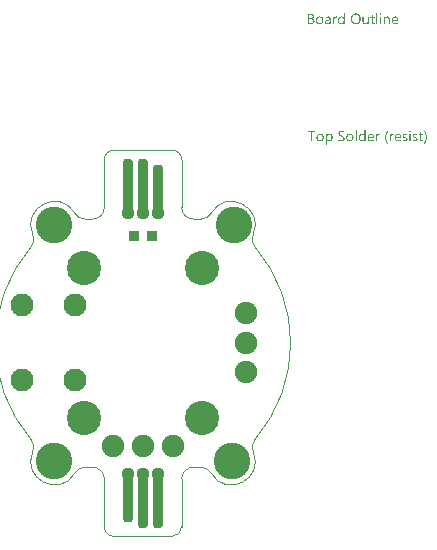
<source format=gts>
G04*
G04 #@! TF.GenerationSoftware,Altium Limited,Altium Designer,21.9.2 (33)*
G04*
G04 Layer_Color=8388736*
%FSAX25Y25*%
%MOIN*%
G70*
G04*
G04 #@! TF.SameCoordinates,068316DF-13B4-460B-9515-79FEAC0EB225*
G04*
G04*
G04 #@! TF.FilePolarity,Negative*
G04*
G01*
G75*
%ADD10C,0.00394*%
G04:AMPARAMS|DCode=12|XSize=35.43mil|YSize=188.98mil|CornerRadius=13.82mil|HoleSize=0mil|Usage=FLASHONLY|Rotation=0.000|XOffset=0mil|YOffset=0mil|HoleType=Round|Shape=RoundedRectangle|*
%AMROUNDEDRECTD12*
21,1,0.03543,0.16134,0,0,0.0*
21,1,0.00780,0.18898,0,0,0.0*
1,1,0.02764,0.00390,-0.08067*
1,1,0.02764,-0.00390,-0.08067*
1,1,0.02764,-0.00390,0.08067*
1,1,0.02764,0.00390,0.08067*
%
%ADD12ROUNDEDRECTD12*%
G04:AMPARAMS|DCode=13|XSize=35.43mil|YSize=169.29mil|CornerRadius=13.82mil|HoleSize=0mil|Usage=FLASHONLY|Rotation=0.000|XOffset=0mil|YOffset=0mil|HoleType=Round|Shape=RoundedRectangle|*
%AMROUNDEDRECTD13*
21,1,0.03543,0.14165,0,0,0.0*
21,1,0.00780,0.16929,0,0,0.0*
1,1,0.02764,0.00390,-0.07083*
1,1,0.02764,-0.00390,-0.07083*
1,1,0.02764,-0.00390,0.07083*
1,1,0.02764,0.00390,0.07083*
%
%ADD13ROUNDEDRECTD13*%
%ADD14R,0.03740X0.03740*%
%ADD15C,0.07480*%
%ADD16C,0.11417*%
%ADD17C,0.07677*%
%ADD18C,0.12205*%
%ADD19C,0.00591*%
%ADD20C,0.04370*%
G36*
X0079229Y0110019D02*
X0079254D01*
X0079309Y0109995D01*
X0079340Y0109976D01*
X0079371Y0109951D01*
X0079377Y0109945D01*
X0079383Y0109939D01*
X0079414Y0109902D01*
X0079439Y0109840D01*
X0079445Y0109803D01*
X0079452Y0109766D01*
Y0109759D01*
Y0109747D01*
X0079445Y0109729D01*
X0079439Y0109704D01*
X0079421Y0109642D01*
X0079396Y0109611D01*
X0079371Y0109580D01*
X0079365D01*
X0079359Y0109567D01*
X0079322Y0109543D01*
X0079266Y0109518D01*
X0079229Y0109512D01*
X0079192Y0109506D01*
X0079173D01*
X0079154Y0109512D01*
X0079130D01*
X0079068Y0109537D01*
X0079037Y0109549D01*
X0079006Y0109574D01*
Y0109580D01*
X0078994Y0109586D01*
X0078981Y0109605D01*
X0078969Y0109623D01*
X0078944Y0109685D01*
X0078938Y0109722D01*
X0078932Y0109766D01*
Y0109772D01*
Y0109784D01*
X0078938Y0109803D01*
X0078944Y0109834D01*
X0078963Y0109889D01*
X0078981Y0109920D01*
X0079006Y0109951D01*
X0079012Y0109958D01*
X0079018Y0109964D01*
X0079056Y0109988D01*
X0079117Y0110013D01*
X0079154Y0110026D01*
X0079210D01*
X0079229Y0110019D01*
D02*
G37*
G36*
X0067239Y0106355D02*
X0066836D01*
Y0106776D01*
X0066824D01*
Y0106770D01*
X0066812Y0106757D01*
X0066793Y0106732D01*
X0066774Y0106702D01*
X0066744Y0106664D01*
X0066706Y0106627D01*
X0066663Y0106584D01*
X0066614Y0106541D01*
X0066558Y0106491D01*
X0066490Y0106448D01*
X0066422Y0106411D01*
X0066341Y0106374D01*
X0066261Y0106343D01*
X0066168Y0106318D01*
X0066069Y0106305D01*
X0065964Y0106299D01*
X0065920D01*
X0065883Y0106305D01*
X0065846Y0106312D01*
X0065797Y0106318D01*
X0065691Y0106343D01*
X0065567Y0106380D01*
X0065444Y0106442D01*
X0065376Y0106479D01*
X0065320Y0106522D01*
X0065258Y0106578D01*
X0065202Y0106633D01*
Y0106640D01*
X0065190Y0106652D01*
X0065178Y0106671D01*
X0065159Y0106695D01*
X0065140Y0106726D01*
X0065116Y0106770D01*
X0065091Y0106819D01*
X0065066Y0106875D01*
X0065035Y0106937D01*
X0065010Y0107005D01*
X0064986Y0107079D01*
X0064967Y0107160D01*
X0064948Y0107246D01*
X0064936Y0107345D01*
X0064930Y0107444D01*
X0064924Y0107550D01*
Y0107556D01*
Y0107574D01*
Y0107612D01*
X0064930Y0107655D01*
X0064936Y0107704D01*
X0064942Y0107766D01*
X0064948Y0107834D01*
X0064961Y0107909D01*
X0064998Y0108070D01*
X0065054Y0108237D01*
X0065091Y0108317D01*
X0065134Y0108398D01*
X0065178Y0108472D01*
X0065233Y0108546D01*
X0065239Y0108552D01*
X0065246Y0108565D01*
X0065264Y0108583D01*
X0065289Y0108608D01*
X0065320Y0108633D01*
X0065363Y0108664D01*
X0065407Y0108701D01*
X0065456Y0108738D01*
X0065580Y0108806D01*
X0065722Y0108868D01*
X0065803Y0108887D01*
X0065889Y0108905D01*
X0065976Y0108918D01*
X0066075Y0108924D01*
X0066124D01*
X0066162Y0108918D01*
X0066199Y0108911D01*
X0066248Y0108905D01*
X0066360Y0108874D01*
X0066484Y0108825D01*
X0066545Y0108794D01*
X0066607Y0108750D01*
X0066669Y0108707D01*
X0066725Y0108651D01*
X0066774Y0108589D01*
X0066824Y0108515D01*
X0066836D01*
Y0110075D01*
X0067239D01*
Y0106355D01*
D02*
G37*
G36*
X0081507Y0108918D02*
X0081581Y0108911D01*
X0081674Y0108893D01*
X0081773Y0108862D01*
X0081878Y0108812D01*
X0081983Y0108744D01*
X0082027Y0108707D01*
X0082070Y0108658D01*
X0082082Y0108645D01*
X0082107Y0108608D01*
X0082138Y0108546D01*
X0082181Y0108459D01*
X0082219Y0108354D01*
X0082256Y0108224D01*
X0082280Y0108070D01*
X0082287Y0107890D01*
Y0106355D01*
X0081884D01*
Y0107785D01*
Y0107791D01*
Y0107822D01*
X0081878Y0107859D01*
Y0107909D01*
X0081866Y0107970D01*
X0081853Y0108039D01*
X0081835Y0108113D01*
X0081810Y0108187D01*
X0081779Y0108261D01*
X0081742Y0108329D01*
X0081692Y0108398D01*
X0081637Y0108459D01*
X0081575Y0108509D01*
X0081494Y0108546D01*
X0081408Y0108577D01*
X0081302Y0108583D01*
X0081290D01*
X0081253Y0108577D01*
X0081197Y0108571D01*
X0081129Y0108552D01*
X0081049Y0108528D01*
X0080962Y0108484D01*
X0080882Y0108429D01*
X0080801Y0108354D01*
X0080795Y0108342D01*
X0080770Y0108317D01*
X0080739Y0108268D01*
X0080702Y0108200D01*
X0080665Y0108119D01*
X0080634Y0108020D01*
X0080609Y0107909D01*
X0080603Y0107785D01*
Y0106355D01*
X0080201D01*
Y0108868D01*
X0080603D01*
Y0108447D01*
X0080615D01*
X0080621Y0108453D01*
X0080628Y0108466D01*
X0080646Y0108491D01*
X0080671Y0108521D01*
X0080696Y0108559D01*
X0080733Y0108596D01*
X0080776Y0108639D01*
X0080826Y0108689D01*
X0080882Y0108732D01*
X0080943Y0108775D01*
X0081011Y0108812D01*
X0081086Y0108850D01*
X0081160Y0108880D01*
X0081247Y0108905D01*
X0081340Y0108918D01*
X0081439Y0108924D01*
X0081476D01*
X0081507Y0108918D01*
D02*
G37*
G36*
X0064509Y0108905D02*
X0064583Y0108899D01*
X0064627Y0108887D01*
X0064657Y0108874D01*
Y0108459D01*
X0064651Y0108466D01*
X0064639Y0108472D01*
X0064614Y0108484D01*
X0064583Y0108503D01*
X0064540Y0108515D01*
X0064484Y0108528D01*
X0064422Y0108534D01*
X0064354Y0108540D01*
X0064342D01*
X0064311Y0108534D01*
X0064261Y0108528D01*
X0064206Y0108509D01*
X0064131Y0108478D01*
X0064063Y0108435D01*
X0063989Y0108373D01*
X0063921Y0108292D01*
X0063915Y0108280D01*
X0063896Y0108249D01*
X0063865Y0108193D01*
X0063834Y0108119D01*
X0063803Y0108026D01*
X0063772Y0107909D01*
X0063754Y0107779D01*
X0063748Y0107630D01*
Y0106355D01*
X0063345D01*
Y0108868D01*
X0063748D01*
Y0108348D01*
X0063760D01*
Y0108354D01*
X0063766Y0108361D01*
X0063779Y0108391D01*
X0063797Y0108441D01*
X0063828Y0108503D01*
X0063859Y0108565D01*
X0063908Y0108633D01*
X0063958Y0108701D01*
X0064020Y0108763D01*
X0064026Y0108769D01*
X0064051Y0108788D01*
X0064088Y0108812D01*
X0064138Y0108837D01*
X0064193Y0108862D01*
X0064261Y0108887D01*
X0064336Y0108905D01*
X0064416Y0108911D01*
X0064472D01*
X0064509Y0108905D01*
D02*
G37*
G36*
X0075249Y0106355D02*
X0074846D01*
Y0106751D01*
X0074834D01*
Y0106745D01*
X0074822Y0106732D01*
X0074809Y0106708D01*
X0074784Y0106683D01*
X0074729Y0106609D01*
X0074642Y0106528D01*
X0074593Y0106485D01*
X0074537Y0106442D01*
X0074475Y0106404D01*
X0074401Y0106367D01*
X0074326Y0106343D01*
X0074246Y0106318D01*
X0074153Y0106305D01*
X0074060Y0106299D01*
X0074023D01*
X0073980Y0106305D01*
X0073918Y0106318D01*
X0073850Y0106330D01*
X0073775Y0106355D01*
X0073695Y0106386D01*
X0073614Y0106435D01*
X0073528Y0106491D01*
X0073447Y0106559D01*
X0073373Y0106646D01*
X0073305Y0106751D01*
X0073243Y0106869D01*
X0073200Y0107011D01*
X0073175Y0107178D01*
X0073163Y0107265D01*
Y0107364D01*
Y0108868D01*
X0073559D01*
Y0107426D01*
Y0107420D01*
Y0107395D01*
X0073565Y0107352D01*
X0073571Y0107302D01*
X0073577Y0107240D01*
X0073590Y0107178D01*
X0073608Y0107104D01*
X0073633Y0107030D01*
X0073670Y0106955D01*
X0073707Y0106887D01*
X0073757Y0106819D01*
X0073819Y0106757D01*
X0073887Y0106708D01*
X0073967Y0106671D01*
X0074066Y0106640D01*
X0074172Y0106633D01*
X0074184D01*
X0074221Y0106640D01*
X0074277Y0106646D01*
X0074339Y0106658D01*
X0074419Y0106689D01*
X0074500Y0106726D01*
X0074580Y0106776D01*
X0074654Y0106850D01*
X0074661Y0106862D01*
X0074685Y0106887D01*
X0074716Y0106937D01*
X0074753Y0107005D01*
X0074784Y0107085D01*
X0074815Y0107184D01*
X0074840Y0107296D01*
X0074846Y0107420D01*
Y0108868D01*
X0075249D01*
Y0106355D01*
D02*
G37*
G36*
X0079383D02*
X0078981D01*
Y0108868D01*
X0079383D01*
Y0106355D01*
D02*
G37*
G36*
X0078164D02*
X0077762D01*
Y0110075D01*
X0078164D01*
Y0106355D01*
D02*
G37*
G36*
X0061785Y0108918D02*
X0061841Y0108911D01*
X0061909Y0108893D01*
X0061983Y0108874D01*
X0062064Y0108843D01*
X0062151Y0108806D01*
X0062231Y0108757D01*
X0062312Y0108695D01*
X0062386Y0108621D01*
X0062454Y0108528D01*
X0062510Y0108422D01*
X0062553Y0108299D01*
X0062578Y0108156D01*
X0062590Y0107989D01*
Y0106355D01*
X0062188D01*
Y0106745D01*
X0062175D01*
Y0106739D01*
X0062163Y0106726D01*
X0062151Y0106702D01*
X0062126Y0106677D01*
X0062064Y0106603D01*
X0061983Y0106522D01*
X0061872Y0106442D01*
X0061742Y0106367D01*
X0061662Y0106343D01*
X0061581Y0106318D01*
X0061494Y0106305D01*
X0061402Y0106299D01*
X0061364D01*
X0061340Y0106305D01*
X0061272Y0106312D01*
X0061191Y0106324D01*
X0061092Y0106349D01*
X0060999Y0106380D01*
X0060900Y0106429D01*
X0060813Y0106491D01*
X0060807Y0106503D01*
X0060783Y0106528D01*
X0060745Y0106572D01*
X0060708Y0106633D01*
X0060671Y0106708D01*
X0060634Y0106794D01*
X0060609Y0106900D01*
X0060603Y0107017D01*
Y0107024D01*
Y0107048D01*
X0060609Y0107085D01*
X0060615Y0107129D01*
X0060628Y0107184D01*
X0060646Y0107246D01*
X0060671Y0107314D01*
X0060708Y0107383D01*
X0060752Y0107457D01*
X0060807Y0107531D01*
X0060875Y0107599D01*
X0060956Y0107661D01*
X0061049Y0107723D01*
X0061160Y0107772D01*
X0061284Y0107810D01*
X0061432Y0107841D01*
X0062188Y0107946D01*
Y0107952D01*
Y0107970D01*
X0062182Y0108008D01*
Y0108045D01*
X0062169Y0108094D01*
X0062163Y0108150D01*
X0062126Y0108268D01*
X0062095Y0108323D01*
X0062064Y0108379D01*
X0062021Y0108435D01*
X0061971Y0108484D01*
X0061909Y0108528D01*
X0061841Y0108559D01*
X0061761Y0108577D01*
X0061668Y0108583D01*
X0061624D01*
X0061594Y0108577D01*
X0061550D01*
X0061507Y0108565D01*
X0061395Y0108546D01*
X0061272Y0108509D01*
X0061135Y0108453D01*
X0061061Y0108416D01*
X0060993Y0108379D01*
X0060919Y0108329D01*
X0060851Y0108274D01*
Y0108689D01*
X0060857D01*
X0060869Y0108701D01*
X0060888Y0108713D01*
X0060919Y0108726D01*
X0060950Y0108744D01*
X0060993Y0108763D01*
X0061043Y0108781D01*
X0061098Y0108806D01*
X0061222Y0108850D01*
X0061371Y0108887D01*
X0061532Y0108911D01*
X0061705Y0108924D01*
X0061742D01*
X0061785Y0108918D01*
D02*
G37*
G36*
X0056097Y0109865D02*
X0056140D01*
X0056183Y0109859D01*
X0056282Y0109846D01*
X0056400Y0109815D01*
X0056524Y0109778D01*
X0056642Y0109722D01*
X0056747Y0109648D01*
X0056753D01*
X0056759Y0109636D01*
X0056790Y0109611D01*
X0056833Y0109561D01*
X0056883Y0109493D01*
X0056926Y0109407D01*
X0056969Y0109308D01*
X0057000Y0109196D01*
X0057013Y0109134D01*
Y0109066D01*
Y0109060D01*
Y0109054D01*
Y0109017D01*
X0057007Y0108961D01*
X0056994Y0108893D01*
X0056976Y0108806D01*
X0056945Y0108720D01*
X0056908Y0108633D01*
X0056852Y0108546D01*
X0056846Y0108534D01*
X0056821Y0108509D01*
X0056784Y0108472D01*
X0056734Y0108422D01*
X0056672Y0108373D01*
X0056598Y0108317D01*
X0056505Y0108274D01*
X0056406Y0108230D01*
Y0108224D01*
X0056425D01*
X0056443Y0108218D01*
X0056462Y0108212D01*
X0056530Y0108200D01*
X0056611Y0108175D01*
X0056697Y0108138D01*
X0056790Y0108094D01*
X0056883Y0108032D01*
X0056969Y0107952D01*
X0056982Y0107940D01*
X0057007Y0107909D01*
X0057038Y0107865D01*
X0057081Y0107797D01*
X0057118Y0107711D01*
X0057155Y0107612D01*
X0057180Y0107494D01*
X0057186Y0107364D01*
Y0107358D01*
Y0107345D01*
Y0107321D01*
X0057180Y0107290D01*
X0057174Y0107253D01*
X0057168Y0107209D01*
X0057143Y0107104D01*
X0057106Y0106986D01*
X0057050Y0106862D01*
X0057013Y0106807D01*
X0056969Y0106745D01*
X0056914Y0106689D01*
X0056858Y0106633D01*
X0056852D01*
X0056846Y0106621D01*
X0056827Y0106609D01*
X0056802Y0106590D01*
X0056771Y0106572D01*
X0056728Y0106547D01*
X0056635Y0106497D01*
X0056518Y0106442D01*
X0056381Y0106398D01*
X0056221Y0106367D01*
X0056140Y0106361D01*
X0056047Y0106355D01*
X0055020D01*
Y0109871D01*
X0056066D01*
X0056097Y0109865D01*
D02*
G37*
G36*
X0076592Y0108868D02*
X0077229D01*
Y0108521D01*
X0076592D01*
Y0107104D01*
Y0107091D01*
Y0107061D01*
X0076598Y0107017D01*
X0076604Y0106962D01*
X0076629Y0106844D01*
X0076648Y0106788D01*
X0076679Y0106745D01*
X0076685Y0106739D01*
X0076697Y0106726D01*
X0076716Y0106714D01*
X0076747Y0106695D01*
X0076784Y0106671D01*
X0076833Y0106658D01*
X0076895Y0106646D01*
X0076963Y0106640D01*
X0076988D01*
X0077019Y0106646D01*
X0077056Y0106652D01*
X0077143Y0106677D01*
X0077186Y0106695D01*
X0077229Y0106720D01*
Y0106374D01*
X0077223D01*
X0077205Y0106361D01*
X0077174Y0106355D01*
X0077130Y0106343D01*
X0077075Y0106330D01*
X0077013Y0106318D01*
X0076938Y0106312D01*
X0076852Y0106305D01*
X0076821D01*
X0076790Y0106312D01*
X0076747Y0106318D01*
X0076697Y0106330D01*
X0076641Y0106343D01*
X0076586Y0106367D01*
X0076524Y0106398D01*
X0076462Y0106435D01*
X0076400Y0106485D01*
X0076344Y0106541D01*
X0076295Y0106615D01*
X0076251Y0106695D01*
X0076220Y0106794D01*
X0076196Y0106906D01*
X0076190Y0107036D01*
Y0108521D01*
X0075762D01*
Y0108868D01*
X0076190D01*
Y0109481D01*
X0076592Y0109611D01*
Y0108868D01*
D02*
G37*
G36*
X0084119Y0108918D02*
X0084162Y0108911D01*
X0084206Y0108905D01*
X0084317Y0108887D01*
X0084441Y0108843D01*
X0084565Y0108788D01*
X0084627Y0108750D01*
X0084688Y0108707D01*
X0084744Y0108658D01*
X0084800Y0108602D01*
X0084806Y0108596D01*
X0084812Y0108589D01*
X0084825Y0108571D01*
X0084843Y0108546D01*
X0084862Y0108509D01*
X0084886Y0108472D01*
X0084911Y0108429D01*
X0084936Y0108373D01*
X0084961Y0108311D01*
X0084986Y0108249D01*
X0085010Y0108175D01*
X0085029Y0108094D01*
X0085047Y0108008D01*
X0085060Y0107921D01*
X0085072Y0107822D01*
Y0107717D01*
Y0107506D01*
X0083296D01*
Y0107500D01*
Y0107488D01*
Y0107469D01*
X0083302Y0107438D01*
X0083308Y0107401D01*
Y0107364D01*
X0083327Y0107265D01*
X0083358Y0107166D01*
X0083395Y0107054D01*
X0083450Y0106949D01*
X0083518Y0106856D01*
X0083531Y0106844D01*
X0083556Y0106819D01*
X0083605Y0106788D01*
X0083673Y0106745D01*
X0083760Y0106702D01*
X0083859Y0106671D01*
X0083977Y0106646D01*
X0084113Y0106633D01*
X0084156D01*
X0084187Y0106640D01*
X0084224D01*
X0084267Y0106646D01*
X0084373Y0106671D01*
X0084490Y0106702D01*
X0084620Y0106751D01*
X0084756Y0106819D01*
X0084825Y0106862D01*
X0084893Y0106912D01*
Y0106534D01*
X0084886D01*
X0084880Y0106522D01*
X0084862Y0106516D01*
X0084831Y0106497D01*
X0084800Y0106479D01*
X0084763Y0106460D01*
X0084713Y0106442D01*
X0084664Y0106417D01*
X0084602Y0106392D01*
X0084534Y0106374D01*
X0084385Y0106336D01*
X0084212Y0106312D01*
X0084020Y0106299D01*
X0083970D01*
X0083933Y0106305D01*
X0083890Y0106312D01*
X0083834Y0106318D01*
X0083716Y0106343D01*
X0083580Y0106380D01*
X0083444Y0106442D01*
X0083376Y0106485D01*
X0083308Y0106528D01*
X0083246Y0106578D01*
X0083184Y0106640D01*
X0083178Y0106646D01*
X0083172Y0106658D01*
X0083159Y0106677D01*
X0083135Y0106702D01*
X0083116Y0106739D01*
X0083091Y0106782D01*
X0083060Y0106832D01*
X0083036Y0106887D01*
X0083005Y0106949D01*
X0082980Y0107024D01*
X0082949Y0107104D01*
X0082930Y0107191D01*
X0082912Y0107283D01*
X0082893Y0107383D01*
X0082887Y0107488D01*
X0082881Y0107599D01*
Y0107605D01*
Y0107624D01*
Y0107655D01*
X0082887Y0107698D01*
X0082893Y0107748D01*
X0082899Y0107803D01*
X0082906Y0107871D01*
X0082924Y0107940D01*
X0082961Y0108088D01*
X0083017Y0108249D01*
X0083054Y0108329D01*
X0083104Y0108404D01*
X0083153Y0108484D01*
X0083209Y0108552D01*
X0083215Y0108559D01*
X0083227Y0108571D01*
X0083246Y0108589D01*
X0083271Y0108608D01*
X0083302Y0108639D01*
X0083339Y0108670D01*
X0083389Y0108701D01*
X0083438Y0108738D01*
X0083556Y0108806D01*
X0083698Y0108868D01*
X0083778Y0108887D01*
X0083859Y0108905D01*
X0083946Y0108918D01*
X0084038Y0108924D01*
X0084088D01*
X0084119Y0108918D01*
D02*
G37*
G36*
X0071077Y0109927D02*
X0071139Y0109920D01*
X0071213Y0109908D01*
X0071293Y0109889D01*
X0071380Y0109871D01*
X0071466Y0109846D01*
X0071566Y0109815D01*
X0071658Y0109772D01*
X0071757Y0109722D01*
X0071856Y0109667D01*
X0071949Y0109599D01*
X0072042Y0109524D01*
X0072129Y0109438D01*
X0072135Y0109431D01*
X0072147Y0109413D01*
X0072172Y0109388D01*
X0072197Y0109351D01*
X0072234Y0109301D01*
X0072271Y0109239D01*
X0072308Y0109171D01*
X0072352Y0109097D01*
X0072395Y0109004D01*
X0072432Y0108911D01*
X0072469Y0108806D01*
X0072506Y0108689D01*
X0072531Y0108571D01*
X0072556Y0108441D01*
X0072568Y0108299D01*
X0072575Y0108156D01*
Y0108144D01*
Y0108119D01*
Y0108076D01*
X0072568Y0108014D01*
X0072562Y0107940D01*
X0072550Y0107859D01*
X0072537Y0107766D01*
X0072519Y0107661D01*
X0072494Y0107556D01*
X0072463Y0107444D01*
X0072426Y0107333D01*
X0072383Y0107221D01*
X0072327Y0107104D01*
X0072265Y0106999D01*
X0072197Y0106894D01*
X0072117Y0106794D01*
X0072110Y0106788D01*
X0072098Y0106776D01*
X0072067Y0106751D01*
X0072036Y0106720D01*
X0071987Y0106677D01*
X0071931Y0106640D01*
X0071869Y0106590D01*
X0071795Y0106547D01*
X0071714Y0106503D01*
X0071621Y0106454D01*
X0071522Y0106417D01*
X0071411Y0106380D01*
X0071293Y0106343D01*
X0071169Y0106318D01*
X0071039Y0106305D01*
X0070897Y0106299D01*
X0070866D01*
X0070823Y0106305D01*
X0070773D01*
X0070711Y0106312D01*
X0070637Y0106324D01*
X0070557Y0106343D01*
X0070464Y0106361D01*
X0070371Y0106386D01*
X0070272Y0106417D01*
X0070173Y0106460D01*
X0070074Y0106503D01*
X0069975Y0106559D01*
X0069876Y0106627D01*
X0069783Y0106702D01*
X0069696Y0106788D01*
X0069690Y0106794D01*
X0069678Y0106813D01*
X0069653Y0106838D01*
X0069628Y0106875D01*
X0069591Y0106924D01*
X0069554Y0106986D01*
X0069517Y0107054D01*
X0069473Y0107135D01*
X0069430Y0107221D01*
X0069393Y0107314D01*
X0069356Y0107420D01*
X0069319Y0107537D01*
X0069294Y0107655D01*
X0069269Y0107785D01*
X0069257Y0107927D01*
X0069251Y0108070D01*
Y0108082D01*
Y0108107D01*
X0069257Y0108150D01*
Y0108212D01*
X0069263Y0108280D01*
X0069275Y0108367D01*
X0069288Y0108459D01*
X0069306Y0108559D01*
X0069331Y0108664D01*
X0069362Y0108775D01*
X0069399Y0108887D01*
X0069442Y0108998D01*
X0069498Y0109109D01*
X0069560Y0109221D01*
X0069628Y0109326D01*
X0069709Y0109425D01*
X0069715Y0109431D01*
X0069727Y0109450D01*
X0069758Y0109475D01*
X0069795Y0109506D01*
X0069839Y0109543D01*
X0069894Y0109586D01*
X0069962Y0109629D01*
X0070037Y0109679D01*
X0070123Y0109729D01*
X0070216Y0109772D01*
X0070315Y0109815D01*
X0070427Y0109852D01*
X0070550Y0109883D01*
X0070680Y0109914D01*
X0070817Y0109927D01*
X0070959Y0109933D01*
X0071027D01*
X0071077Y0109927D01*
D02*
G37*
G36*
X0059049Y0108918D02*
X0059093Y0108911D01*
X0059148Y0108905D01*
X0059272Y0108880D01*
X0059415Y0108837D01*
X0059557Y0108775D01*
X0059631Y0108738D01*
X0059699Y0108695D01*
X0059767Y0108639D01*
X0059829Y0108577D01*
X0059835Y0108571D01*
X0059842Y0108559D01*
X0059860Y0108540D01*
X0059879Y0108515D01*
X0059904Y0108478D01*
X0059928Y0108435D01*
X0059959Y0108385D01*
X0059990Y0108329D01*
X0060015Y0108261D01*
X0060046Y0108193D01*
X0060071Y0108113D01*
X0060096Y0108026D01*
X0060114Y0107933D01*
X0060133Y0107834D01*
X0060139Y0107729D01*
X0060145Y0107618D01*
Y0107612D01*
Y0107593D01*
Y0107562D01*
X0060139Y0107519D01*
X0060133Y0107469D01*
X0060126Y0107407D01*
X0060114Y0107345D01*
X0060102Y0107271D01*
X0060065Y0107123D01*
X0060003Y0106962D01*
X0059965Y0106881D01*
X0059916Y0106801D01*
X0059866Y0106726D01*
X0059805Y0106658D01*
X0059798Y0106652D01*
X0059786Y0106646D01*
X0059767Y0106627D01*
X0059743Y0106603D01*
X0059706Y0106578D01*
X0059668Y0106547D01*
X0059619Y0106510D01*
X0059563Y0106479D01*
X0059501Y0106448D01*
X0059433Y0106411D01*
X0059359Y0106380D01*
X0059278Y0106355D01*
X0059192Y0106330D01*
X0059099Y0106318D01*
X0059000Y0106305D01*
X0058895Y0106299D01*
X0058839D01*
X0058802Y0106305D01*
X0058758Y0106312D01*
X0058703Y0106318D01*
X0058641Y0106330D01*
X0058573Y0106343D01*
X0058430Y0106386D01*
X0058282Y0106448D01*
X0058207Y0106485D01*
X0058139Y0106534D01*
X0058071Y0106584D01*
X0058003Y0106646D01*
X0057997Y0106652D01*
X0057991Y0106664D01*
X0057972Y0106683D01*
X0057954Y0106708D01*
X0057929Y0106745D01*
X0057898Y0106788D01*
X0057867Y0106838D01*
X0057842Y0106894D01*
X0057811Y0106962D01*
X0057780Y0107030D01*
X0057749Y0107104D01*
X0057725Y0107191D01*
X0057688Y0107376D01*
X0057681Y0107475D01*
X0057675Y0107580D01*
Y0107587D01*
Y0107612D01*
Y0107642D01*
X0057681Y0107686D01*
X0057688Y0107735D01*
X0057694Y0107797D01*
X0057706Y0107865D01*
X0057718Y0107940D01*
X0057756Y0108100D01*
X0057818Y0108261D01*
X0057861Y0108342D01*
X0057904Y0108422D01*
X0057954Y0108497D01*
X0058016Y0108565D01*
X0058022Y0108571D01*
X0058034Y0108583D01*
X0058053Y0108596D01*
X0058078Y0108621D01*
X0058115Y0108645D01*
X0058158Y0108676D01*
X0058207Y0108713D01*
X0058263Y0108744D01*
X0058325Y0108775D01*
X0058399Y0108812D01*
X0058474Y0108843D01*
X0058560Y0108868D01*
X0058647Y0108893D01*
X0058746Y0108911D01*
X0058851Y0108918D01*
X0058956Y0108924D01*
X0059012D01*
X0059049Y0108918D01*
D02*
G37*
G36*
X0089046Y0070958D02*
X0089071D01*
X0089127Y0070933D01*
X0089157Y0070914D01*
X0089188Y0070890D01*
X0089195Y0070883D01*
X0089201Y0070877D01*
X0089232Y0070840D01*
X0089257Y0070778D01*
X0089263Y0070741D01*
X0089269Y0070704D01*
Y0070698D01*
Y0070685D01*
X0089263Y0070667D01*
X0089257Y0070642D01*
X0089238Y0070580D01*
X0089213Y0070549D01*
X0089188Y0070518D01*
X0089182D01*
X0089176Y0070506D01*
X0089139Y0070481D01*
X0089083Y0070456D01*
X0089046Y0070450D01*
X0089009Y0070444D01*
X0088990D01*
X0088972Y0070450D01*
X0088947D01*
X0088885Y0070475D01*
X0088854Y0070487D01*
X0088823Y0070512D01*
Y0070518D01*
X0088811Y0070524D01*
X0088798Y0070543D01*
X0088786Y0070561D01*
X0088761Y0070623D01*
X0088755Y0070660D01*
X0088749Y0070704D01*
Y0070710D01*
Y0070722D01*
X0088755Y0070741D01*
X0088761Y0070772D01*
X0088780Y0070828D01*
X0088798Y0070859D01*
X0088823Y0070890D01*
X0088829Y0070896D01*
X0088836Y0070902D01*
X0088873Y0070927D01*
X0088935Y0070951D01*
X0088972Y0070964D01*
X0089028D01*
X0089046Y0070958D01*
D02*
G37*
G36*
X0066477Y0070865D02*
X0066527D01*
X0066638Y0070852D01*
X0066762Y0070840D01*
X0066886Y0070815D01*
X0067004Y0070784D01*
X0067053Y0070766D01*
X0067103Y0070741D01*
Y0070277D01*
X0067096D01*
X0067090Y0070289D01*
X0067072Y0070295D01*
X0067047Y0070314D01*
X0067016Y0070326D01*
X0066979Y0070345D01*
X0066886Y0070388D01*
X0066774Y0070425D01*
X0066638Y0070462D01*
X0066477Y0070487D01*
X0066304Y0070493D01*
X0066255D01*
X0066217Y0070487D01*
X0066180D01*
X0066131Y0070481D01*
X0066032Y0070462D01*
X0066026D01*
X0066007Y0070456D01*
X0065982Y0070450D01*
X0065951Y0070444D01*
X0065877Y0070413D01*
X0065790Y0070376D01*
X0065784D01*
X0065772Y0070363D01*
X0065753Y0070351D01*
X0065728Y0070332D01*
X0065673Y0070277D01*
X0065617Y0070209D01*
Y0070202D01*
X0065605Y0070190D01*
X0065598Y0070171D01*
X0065586Y0070140D01*
X0065574Y0070103D01*
X0065567Y0070066D01*
X0065555Y0069967D01*
Y0069961D01*
Y0069942D01*
Y0069918D01*
X0065561Y0069887D01*
X0065574Y0069812D01*
X0065605Y0069732D01*
Y0069726D01*
X0065617Y0069713D01*
X0065623Y0069695D01*
X0065642Y0069670D01*
X0065691Y0069614D01*
X0065753Y0069552D01*
X0065759Y0069546D01*
X0065772Y0069540D01*
X0065790Y0069521D01*
X0065821Y0069503D01*
X0065858Y0069478D01*
X0065895Y0069453D01*
X0065995Y0069392D01*
X0066001Y0069385D01*
X0066019Y0069379D01*
X0066050Y0069361D01*
X0066087Y0069342D01*
X0066137Y0069317D01*
X0066193Y0069292D01*
X0066316Y0069231D01*
X0066323Y0069224D01*
X0066347Y0069212D01*
X0066385Y0069193D01*
X0066434Y0069169D01*
X0066490Y0069144D01*
X0066552Y0069107D01*
X0066676Y0069033D01*
X0066682Y0069026D01*
X0066706Y0069014D01*
X0066737Y0068995D01*
X0066781Y0068964D01*
X0066874Y0068890D01*
X0066973Y0068803D01*
X0066979Y0068797D01*
X0066997Y0068785D01*
X0067016Y0068754D01*
X0067047Y0068723D01*
X0067078Y0068680D01*
X0067115Y0068636D01*
X0067177Y0068525D01*
X0067183Y0068519D01*
X0067189Y0068500D01*
X0067202Y0068469D01*
X0067214Y0068426D01*
X0067226Y0068376D01*
X0067239Y0068314D01*
X0067251Y0068252D01*
Y0068178D01*
Y0068166D01*
Y0068135D01*
X0067245Y0068085D01*
X0067239Y0068024D01*
X0067226Y0067955D01*
X0067208Y0067881D01*
X0067183Y0067807D01*
X0067146Y0067739D01*
X0067140Y0067733D01*
X0067127Y0067708D01*
X0067103Y0067677D01*
X0067078Y0067633D01*
X0067035Y0067590D01*
X0066991Y0067541D01*
X0066935Y0067491D01*
X0066874Y0067442D01*
X0066867Y0067435D01*
X0066843Y0067423D01*
X0066805Y0067405D01*
X0066756Y0067380D01*
X0066700Y0067355D01*
X0066632Y0067330D01*
X0066552Y0067305D01*
X0066471Y0067287D01*
X0066459D01*
X0066434Y0067281D01*
X0066391Y0067274D01*
X0066329Y0067262D01*
X0066261Y0067256D01*
X0066180Y0067244D01*
X0066094Y0067237D01*
X0065945D01*
X0065877Y0067244D01*
X0065790Y0067250D01*
X0065772D01*
X0065747Y0067256D01*
X0065716Y0067262D01*
X0065636Y0067268D01*
X0065543Y0067287D01*
X0065536D01*
X0065518Y0067293D01*
X0065493Y0067299D01*
X0065462Y0067305D01*
X0065388Y0067324D01*
X0065301Y0067349D01*
X0065295D01*
X0065283Y0067355D01*
X0065264Y0067361D01*
X0065239Y0067374D01*
X0065178Y0067398D01*
X0065116Y0067435D01*
Y0067918D01*
X0065122Y0067912D01*
X0065134Y0067906D01*
X0065146Y0067893D01*
X0065171Y0067875D01*
X0065239Y0067832D01*
X0065320Y0067782D01*
X0065326D01*
X0065338Y0067776D01*
X0065363Y0067764D01*
X0065394Y0067751D01*
X0065475Y0067714D01*
X0065561Y0067683D01*
X0065567D01*
X0065586Y0067677D01*
X0065611Y0067671D01*
X0065642Y0067664D01*
X0065728Y0067640D01*
X0065821Y0067621D01*
X0065846D01*
X0065871Y0067615D01*
X0065902D01*
X0065976Y0067609D01*
X0066063Y0067603D01*
X0066124D01*
X0066193Y0067609D01*
X0066279Y0067621D01*
X0066372Y0067633D01*
X0066465Y0067658D01*
X0066552Y0067695D01*
X0066632Y0067739D01*
X0066638Y0067745D01*
X0066663Y0067764D01*
X0066694Y0067801D01*
X0066725Y0067844D01*
X0066762Y0067900D01*
X0066787Y0067974D01*
X0066812Y0068054D01*
X0066818Y0068147D01*
Y0068154D01*
Y0068172D01*
Y0068197D01*
X0066812Y0068234D01*
X0066793Y0068314D01*
X0066756Y0068395D01*
Y0068401D01*
X0066744Y0068414D01*
X0066731Y0068432D01*
X0066713Y0068457D01*
X0066657Y0068519D01*
X0066583Y0068587D01*
X0066576Y0068593D01*
X0066564Y0068605D01*
X0066539Y0068618D01*
X0066508Y0068642D01*
X0066471Y0068667D01*
X0066428Y0068698D01*
X0066323Y0068754D01*
X0066316Y0068760D01*
X0066298Y0068766D01*
X0066267Y0068785D01*
X0066224Y0068803D01*
X0066180Y0068834D01*
X0066124Y0068859D01*
X0065995Y0068927D01*
X0065988Y0068933D01*
X0065964Y0068946D01*
X0065926Y0068964D01*
X0065883Y0068983D01*
X0065834Y0069014D01*
X0065778Y0069045D01*
X0065654Y0069113D01*
X0065648Y0069119D01*
X0065629Y0069131D01*
X0065598Y0069150D01*
X0065561Y0069175D01*
X0065468Y0069243D01*
X0065376Y0069323D01*
X0065369Y0069330D01*
X0065357Y0069342D01*
X0065332Y0069367D01*
X0065307Y0069398D01*
X0065276Y0069441D01*
X0065246Y0069484D01*
X0065190Y0069583D01*
Y0069590D01*
X0065178Y0069608D01*
X0065171Y0069639D01*
X0065159Y0069682D01*
X0065146Y0069732D01*
X0065134Y0069794D01*
X0065128Y0069856D01*
X0065122Y0069930D01*
Y0069942D01*
Y0069973D01*
X0065128Y0070017D01*
X0065134Y0070072D01*
X0065146Y0070140D01*
X0065165Y0070209D01*
X0065190Y0070277D01*
X0065227Y0070345D01*
X0065233Y0070351D01*
X0065246Y0070376D01*
X0065270Y0070407D01*
X0065301Y0070450D01*
X0065338Y0070493D01*
X0065388Y0070543D01*
X0065444Y0070592D01*
X0065506Y0070636D01*
X0065512Y0070642D01*
X0065536Y0070654D01*
X0065574Y0070679D01*
X0065617Y0070704D01*
X0065679Y0070728D01*
X0065741Y0070759D01*
X0065815Y0070784D01*
X0065895Y0070809D01*
X0065908D01*
X0065933Y0070821D01*
X0065976Y0070828D01*
X0066038Y0070840D01*
X0066106Y0070852D01*
X0066180Y0070859D01*
X0066347Y0070871D01*
X0066434D01*
X0066477Y0070865D01*
D02*
G37*
G36*
X0074209Y0067293D02*
X0073806D01*
Y0067714D01*
X0073794D01*
Y0067708D01*
X0073782Y0067695D01*
X0073763Y0067671D01*
X0073744Y0067640D01*
X0073713Y0067603D01*
X0073676Y0067565D01*
X0073633Y0067522D01*
X0073584Y0067479D01*
X0073528Y0067429D01*
X0073460Y0067386D01*
X0073392Y0067349D01*
X0073311Y0067312D01*
X0073231Y0067281D01*
X0073138Y0067256D01*
X0073039Y0067244D01*
X0072934Y0067237D01*
X0072890D01*
X0072853Y0067244D01*
X0072816Y0067250D01*
X0072766Y0067256D01*
X0072661Y0067281D01*
X0072537Y0067318D01*
X0072414Y0067380D01*
X0072346Y0067417D01*
X0072290Y0067460D01*
X0072228Y0067516D01*
X0072172Y0067572D01*
Y0067578D01*
X0072160Y0067590D01*
X0072147Y0067609D01*
X0072129Y0067633D01*
X0072110Y0067664D01*
X0072085Y0067708D01*
X0072061Y0067757D01*
X0072036Y0067813D01*
X0072005Y0067875D01*
X0071980Y0067943D01*
X0071956Y0068017D01*
X0071937Y0068098D01*
X0071918Y0068184D01*
X0071906Y0068283D01*
X0071900Y0068383D01*
X0071894Y0068488D01*
Y0068494D01*
Y0068512D01*
Y0068550D01*
X0071900Y0068593D01*
X0071906Y0068642D01*
X0071912Y0068704D01*
X0071918Y0068773D01*
X0071931Y0068847D01*
X0071968Y0069008D01*
X0072024Y0069175D01*
X0072061Y0069255D01*
X0072104Y0069336D01*
X0072147Y0069410D01*
X0072203Y0069484D01*
X0072209Y0069490D01*
X0072215Y0069503D01*
X0072234Y0069521D01*
X0072259Y0069546D01*
X0072290Y0069571D01*
X0072333Y0069602D01*
X0072376Y0069639D01*
X0072426Y0069676D01*
X0072550Y0069744D01*
X0072692Y0069806D01*
X0072773Y0069825D01*
X0072859Y0069843D01*
X0072946Y0069856D01*
X0073045Y0069862D01*
X0073094D01*
X0073132Y0069856D01*
X0073169Y0069849D01*
X0073218Y0069843D01*
X0073330Y0069812D01*
X0073453Y0069763D01*
X0073515Y0069732D01*
X0073577Y0069689D01*
X0073639Y0069645D01*
X0073695Y0069590D01*
X0073744Y0069528D01*
X0073794Y0069453D01*
X0073806D01*
Y0071013D01*
X0074209D01*
Y0067293D01*
D02*
G37*
G36*
X0062262Y0069856D02*
X0062305Y0069849D01*
X0062349Y0069843D01*
X0062460Y0069819D01*
X0062584Y0069782D01*
X0062708Y0069720D01*
X0062770Y0069682D01*
X0062831Y0069633D01*
X0062887Y0069583D01*
X0062943Y0069521D01*
X0062949Y0069515D01*
X0062955Y0069509D01*
X0062968Y0069484D01*
X0062986Y0069460D01*
X0063005Y0069429D01*
X0063029Y0069385D01*
X0063054Y0069336D01*
X0063079Y0069286D01*
X0063104Y0069224D01*
X0063129Y0069156D01*
X0063153Y0069082D01*
X0063172Y0069002D01*
X0063203Y0068822D01*
X0063215Y0068723D01*
Y0068618D01*
Y0068612D01*
Y0068593D01*
Y0068556D01*
X0063209Y0068512D01*
Y0068463D01*
X0063197Y0068401D01*
X0063191Y0068333D01*
X0063178Y0068259D01*
X0063141Y0068098D01*
X0063085Y0067931D01*
X0063048Y0067850D01*
X0063011Y0067770D01*
X0062962Y0067689D01*
X0062906Y0067615D01*
X0062900Y0067609D01*
X0062893Y0067596D01*
X0062875Y0067578D01*
X0062850Y0067559D01*
X0062819Y0067528D01*
X0062782Y0067497D01*
X0062739Y0067460D01*
X0062689Y0067429D01*
X0062633Y0067392D01*
X0062572Y0067355D01*
X0062423Y0067299D01*
X0062343Y0067274D01*
X0062262Y0067256D01*
X0062169Y0067244D01*
X0062070Y0067237D01*
X0062021D01*
X0061990Y0067244D01*
X0061946Y0067250D01*
X0061903Y0067262D01*
X0061791Y0067287D01*
X0061674Y0067336D01*
X0061606Y0067374D01*
X0061544Y0067411D01*
X0061482Y0067460D01*
X0061426Y0067516D01*
X0061364Y0067578D01*
X0061315Y0067652D01*
X0061303D01*
Y0066142D01*
X0060900D01*
Y0069806D01*
X0061303D01*
Y0069361D01*
X0061315D01*
X0061321Y0069367D01*
X0061327Y0069385D01*
X0061346Y0069410D01*
X0061371Y0069441D01*
X0061402Y0069478D01*
X0061439Y0069521D01*
X0061482Y0069565D01*
X0061538Y0069614D01*
X0061594Y0069658D01*
X0061655Y0069701D01*
X0061730Y0069744D01*
X0061804Y0069782D01*
X0061891Y0069819D01*
X0061983Y0069843D01*
X0062076Y0069856D01*
X0062182Y0069862D01*
X0062231D01*
X0062262Y0069856D01*
D02*
G37*
G36*
X0090953D02*
X0091033Y0069849D01*
X0091120Y0069837D01*
X0091219Y0069812D01*
X0091318Y0069788D01*
X0091417Y0069750D01*
Y0069342D01*
X0091404Y0069348D01*
X0091367Y0069373D01*
X0091312Y0069398D01*
X0091237Y0069435D01*
X0091145Y0069466D01*
X0091033Y0069497D01*
X0090909Y0069515D01*
X0090779Y0069521D01*
X0090711D01*
X0090649Y0069509D01*
X0090575Y0069497D01*
X0090569D01*
X0090563Y0069490D01*
X0090526Y0069478D01*
X0090476Y0069453D01*
X0090420Y0069422D01*
X0090408Y0069416D01*
X0090383Y0069392D01*
X0090352Y0069354D01*
X0090321Y0069311D01*
X0090315Y0069299D01*
X0090303Y0069268D01*
X0090290Y0069224D01*
X0090284Y0069169D01*
Y0069162D01*
Y0069150D01*
Y0069131D01*
X0090290Y0069113D01*
X0090303Y0069057D01*
X0090321Y0069002D01*
X0090327Y0068989D01*
X0090346Y0068964D01*
X0090383Y0068927D01*
X0090426Y0068884D01*
X0090433D01*
X0090439Y0068878D01*
X0090476Y0068853D01*
X0090526Y0068822D01*
X0090594Y0068791D01*
X0090600D01*
X0090612Y0068785D01*
X0090631Y0068779D01*
X0090662Y0068766D01*
X0090730Y0068742D01*
X0090816Y0068704D01*
X0090823D01*
X0090847Y0068692D01*
X0090878Y0068680D01*
X0090916Y0068667D01*
X0091014Y0068624D01*
X0091114Y0068574D01*
X0091120D01*
X0091138Y0068562D01*
X0091163Y0068550D01*
X0091194Y0068531D01*
X0091268Y0068482D01*
X0091343Y0068420D01*
X0091349Y0068414D01*
X0091361Y0068407D01*
X0091374Y0068389D01*
X0091398Y0068364D01*
X0091442Y0068302D01*
X0091485Y0068222D01*
Y0068215D01*
X0091491Y0068203D01*
X0091504Y0068178D01*
X0091510Y0068147D01*
X0091522Y0068110D01*
X0091528Y0068067D01*
X0091535Y0067962D01*
Y0067955D01*
Y0067931D01*
X0091528Y0067893D01*
X0091522Y0067850D01*
X0091516Y0067801D01*
X0091497Y0067745D01*
X0091479Y0067695D01*
X0091448Y0067640D01*
X0091442Y0067633D01*
X0091435Y0067615D01*
X0091417Y0067590D01*
X0091392Y0067559D01*
X0091361Y0067522D01*
X0091324Y0067485D01*
X0091231Y0067411D01*
X0091225Y0067405D01*
X0091206Y0067398D01*
X0091182Y0067380D01*
X0091138Y0067361D01*
X0091095Y0067336D01*
X0091039Y0067318D01*
X0090984Y0067299D01*
X0090916Y0067281D01*
X0090909D01*
X0090885Y0067274D01*
X0090847Y0067268D01*
X0090804Y0067262D01*
X0090742Y0067250D01*
X0090680Y0067244D01*
X0090538Y0067237D01*
X0090476D01*
X0090402Y0067244D01*
X0090309Y0067256D01*
X0090204Y0067274D01*
X0090092Y0067299D01*
X0089981Y0067330D01*
X0089869Y0067380D01*
Y0067813D01*
X0089876D01*
X0089882Y0067801D01*
X0089900Y0067788D01*
X0089925Y0067776D01*
X0089993Y0067739D01*
X0090086Y0067695D01*
X0090191Y0067646D01*
X0090315Y0067609D01*
X0090451Y0067584D01*
X0090594Y0067572D01*
X0090643D01*
X0090674Y0067578D01*
X0090761Y0067590D01*
X0090860Y0067615D01*
X0090953Y0067658D01*
X0090996Y0067689D01*
X0091039Y0067720D01*
X0091070Y0067764D01*
X0091095Y0067807D01*
X0091114Y0067863D01*
X0091120Y0067924D01*
Y0067931D01*
Y0067943D01*
Y0067962D01*
X0091114Y0067980D01*
X0091101Y0068036D01*
X0091076Y0068092D01*
Y0068098D01*
X0091070Y0068104D01*
X0091045Y0068135D01*
X0091008Y0068178D01*
X0090953Y0068215D01*
X0090947D01*
X0090940Y0068228D01*
X0090903Y0068246D01*
X0090847Y0068283D01*
X0090773Y0068314D01*
X0090767D01*
X0090755Y0068321D01*
X0090736Y0068333D01*
X0090705Y0068345D01*
X0090637Y0068370D01*
X0090550Y0068407D01*
X0090544D01*
X0090519Y0068420D01*
X0090488Y0068432D01*
X0090451Y0068444D01*
X0090352Y0068488D01*
X0090253Y0068537D01*
X0090247Y0068543D01*
X0090235Y0068550D01*
X0090210Y0068562D01*
X0090179Y0068581D01*
X0090111Y0068630D01*
X0090043Y0068686D01*
X0090036Y0068692D01*
X0090030Y0068698D01*
X0090012Y0068717D01*
X0089993Y0068742D01*
X0089950Y0068803D01*
X0089913Y0068878D01*
Y0068884D01*
X0089907Y0068896D01*
X0089900Y0068921D01*
X0089894Y0068952D01*
X0089888Y0068989D01*
X0089882Y0069033D01*
X0089876Y0069138D01*
Y0069144D01*
Y0069169D01*
X0089882Y0069200D01*
X0089888Y0069243D01*
X0089894Y0069292D01*
X0089913Y0069342D01*
X0089931Y0069398D01*
X0089956Y0069447D01*
X0089962Y0069453D01*
X0089968Y0069472D01*
X0089987Y0069497D01*
X0090012Y0069528D01*
X0090080Y0069602D01*
X0090166Y0069676D01*
X0090173Y0069682D01*
X0090191Y0069689D01*
X0090216Y0069707D01*
X0090259Y0069726D01*
X0090303Y0069750D01*
X0090352Y0069775D01*
X0090476Y0069812D01*
X0090482D01*
X0090507Y0069819D01*
X0090538Y0069831D01*
X0090587Y0069837D01*
X0090637Y0069849D01*
X0090699Y0069856D01*
X0090835Y0069862D01*
X0090891D01*
X0090953Y0069856D01*
D02*
G37*
G36*
X0087598D02*
X0087678Y0069849D01*
X0087765Y0069837D01*
X0087864Y0069812D01*
X0087963Y0069788D01*
X0088062Y0069750D01*
Y0069342D01*
X0088050Y0069348D01*
X0088012Y0069373D01*
X0087957Y0069398D01*
X0087882Y0069435D01*
X0087789Y0069466D01*
X0087678Y0069497D01*
X0087554Y0069515D01*
X0087424Y0069521D01*
X0087356D01*
X0087294Y0069509D01*
X0087220Y0069497D01*
X0087214D01*
X0087208Y0069490D01*
X0087171Y0069478D01*
X0087121Y0069453D01*
X0087065Y0069422D01*
X0087053Y0069416D01*
X0087028Y0069392D01*
X0086997Y0069354D01*
X0086966Y0069311D01*
X0086960Y0069299D01*
X0086948Y0069268D01*
X0086935Y0069224D01*
X0086929Y0069169D01*
Y0069162D01*
Y0069150D01*
Y0069131D01*
X0086935Y0069113D01*
X0086948Y0069057D01*
X0086966Y0069002D01*
X0086972Y0068989D01*
X0086991Y0068964D01*
X0087028Y0068927D01*
X0087072Y0068884D01*
X0087078D01*
X0087084Y0068878D01*
X0087121Y0068853D01*
X0087171Y0068822D01*
X0087239Y0068791D01*
X0087245D01*
X0087257Y0068785D01*
X0087276Y0068779D01*
X0087307Y0068766D01*
X0087375Y0068742D01*
X0087462Y0068704D01*
X0087468D01*
X0087492Y0068692D01*
X0087523Y0068680D01*
X0087560Y0068667D01*
X0087660Y0068624D01*
X0087759Y0068574D01*
X0087765D01*
X0087783Y0068562D01*
X0087808Y0068550D01*
X0087839Y0068531D01*
X0087913Y0068482D01*
X0087988Y0068420D01*
X0087994Y0068414D01*
X0088006Y0068407D01*
X0088019Y0068389D01*
X0088043Y0068364D01*
X0088087Y0068302D01*
X0088130Y0068222D01*
Y0068215D01*
X0088136Y0068203D01*
X0088149Y0068178D01*
X0088155Y0068147D01*
X0088167Y0068110D01*
X0088173Y0068067D01*
X0088179Y0067962D01*
Y0067955D01*
Y0067931D01*
X0088173Y0067893D01*
X0088167Y0067850D01*
X0088161Y0067801D01*
X0088142Y0067745D01*
X0088124Y0067695D01*
X0088093Y0067640D01*
X0088087Y0067633D01*
X0088081Y0067615D01*
X0088062Y0067590D01*
X0088037Y0067559D01*
X0088006Y0067522D01*
X0087969Y0067485D01*
X0087876Y0067411D01*
X0087870Y0067405D01*
X0087851Y0067398D01*
X0087827Y0067380D01*
X0087783Y0067361D01*
X0087740Y0067336D01*
X0087684Y0067318D01*
X0087629Y0067299D01*
X0087560Y0067281D01*
X0087554D01*
X0087530Y0067274D01*
X0087492Y0067268D01*
X0087449Y0067262D01*
X0087387Y0067250D01*
X0087325Y0067244D01*
X0087183Y0067237D01*
X0087121D01*
X0087047Y0067244D01*
X0086954Y0067256D01*
X0086849Y0067274D01*
X0086737Y0067299D01*
X0086626Y0067330D01*
X0086514Y0067380D01*
Y0067813D01*
X0086521D01*
X0086527Y0067801D01*
X0086545Y0067788D01*
X0086570Y0067776D01*
X0086638Y0067739D01*
X0086731Y0067695D01*
X0086836Y0067646D01*
X0086960Y0067609D01*
X0087096Y0067584D01*
X0087239Y0067572D01*
X0087288D01*
X0087319Y0067578D01*
X0087406Y0067590D01*
X0087505Y0067615D01*
X0087598Y0067658D01*
X0087641Y0067689D01*
X0087684Y0067720D01*
X0087715Y0067764D01*
X0087740Y0067807D01*
X0087759Y0067863D01*
X0087765Y0067924D01*
Y0067931D01*
Y0067943D01*
Y0067962D01*
X0087759Y0067980D01*
X0087746Y0068036D01*
X0087722Y0068092D01*
Y0068098D01*
X0087715Y0068104D01*
X0087691Y0068135D01*
X0087653Y0068178D01*
X0087598Y0068215D01*
X0087591D01*
X0087585Y0068228D01*
X0087548Y0068246D01*
X0087492Y0068283D01*
X0087418Y0068314D01*
X0087412D01*
X0087400Y0068321D01*
X0087381Y0068333D01*
X0087350Y0068345D01*
X0087282Y0068370D01*
X0087195Y0068407D01*
X0087189D01*
X0087164Y0068420D01*
X0087133Y0068432D01*
X0087096Y0068444D01*
X0086997Y0068488D01*
X0086898Y0068537D01*
X0086892Y0068543D01*
X0086880Y0068550D01*
X0086855Y0068562D01*
X0086824Y0068581D01*
X0086756Y0068630D01*
X0086688Y0068686D01*
X0086681Y0068692D01*
X0086675Y0068698D01*
X0086657Y0068717D01*
X0086638Y0068742D01*
X0086595Y0068803D01*
X0086558Y0068878D01*
Y0068884D01*
X0086551Y0068896D01*
X0086545Y0068921D01*
X0086539Y0068952D01*
X0086533Y0068989D01*
X0086527Y0069033D01*
X0086521Y0069138D01*
Y0069144D01*
Y0069169D01*
X0086527Y0069200D01*
X0086533Y0069243D01*
X0086539Y0069292D01*
X0086558Y0069342D01*
X0086576Y0069398D01*
X0086601Y0069447D01*
X0086607Y0069453D01*
X0086614Y0069472D01*
X0086632Y0069497D01*
X0086657Y0069528D01*
X0086725Y0069602D01*
X0086812Y0069676D01*
X0086818Y0069682D01*
X0086836Y0069689D01*
X0086861Y0069707D01*
X0086904Y0069726D01*
X0086948Y0069750D01*
X0086997Y0069775D01*
X0087121Y0069812D01*
X0087127D01*
X0087152Y0069819D01*
X0087183Y0069831D01*
X0087232Y0069837D01*
X0087282Y0069849D01*
X0087344Y0069856D01*
X0087480Y0069862D01*
X0087536D01*
X0087598Y0069856D01*
D02*
G37*
G36*
X0083450Y0069843D02*
X0083525Y0069837D01*
X0083568Y0069825D01*
X0083599Y0069812D01*
Y0069398D01*
X0083593Y0069404D01*
X0083580Y0069410D01*
X0083556Y0069422D01*
X0083525Y0069441D01*
X0083481Y0069453D01*
X0083426Y0069466D01*
X0083364Y0069472D01*
X0083296Y0069478D01*
X0083283D01*
X0083252Y0069472D01*
X0083203Y0069466D01*
X0083147Y0069447D01*
X0083073Y0069416D01*
X0083005Y0069373D01*
X0082930Y0069311D01*
X0082862Y0069231D01*
X0082856Y0069218D01*
X0082837Y0069187D01*
X0082807Y0069131D01*
X0082776Y0069057D01*
X0082745Y0068964D01*
X0082714Y0068847D01*
X0082695Y0068717D01*
X0082689Y0068568D01*
Y0067293D01*
X0082287D01*
Y0069806D01*
X0082689D01*
Y0069286D01*
X0082701D01*
Y0069292D01*
X0082708Y0069299D01*
X0082720Y0069330D01*
X0082739Y0069379D01*
X0082770Y0069441D01*
X0082800Y0069503D01*
X0082850Y0069571D01*
X0082899Y0069639D01*
X0082961Y0069701D01*
X0082968Y0069707D01*
X0082992Y0069726D01*
X0083029Y0069750D01*
X0083079Y0069775D01*
X0083135Y0069800D01*
X0083203Y0069825D01*
X0083277Y0069843D01*
X0083358Y0069849D01*
X0083413D01*
X0083450Y0069843D01*
D02*
G37*
G36*
X0078814D02*
X0078888Y0069837D01*
X0078932Y0069825D01*
X0078963Y0069812D01*
Y0069398D01*
X0078956Y0069404D01*
X0078944Y0069410D01*
X0078919Y0069422D01*
X0078888Y0069441D01*
X0078845Y0069453D01*
X0078789Y0069466D01*
X0078727Y0069472D01*
X0078659Y0069478D01*
X0078647D01*
X0078616Y0069472D01*
X0078566Y0069466D01*
X0078511Y0069447D01*
X0078436Y0069416D01*
X0078368Y0069373D01*
X0078294Y0069311D01*
X0078226Y0069231D01*
X0078220Y0069218D01*
X0078201Y0069187D01*
X0078170Y0069131D01*
X0078139Y0069057D01*
X0078108Y0068964D01*
X0078077Y0068847D01*
X0078059Y0068717D01*
X0078053Y0068568D01*
Y0067293D01*
X0077650D01*
Y0069806D01*
X0078053D01*
Y0069286D01*
X0078065D01*
Y0069292D01*
X0078071Y0069299D01*
X0078084Y0069330D01*
X0078102Y0069379D01*
X0078133Y0069441D01*
X0078164Y0069503D01*
X0078214Y0069571D01*
X0078263Y0069639D01*
X0078325Y0069701D01*
X0078331Y0069707D01*
X0078356Y0069726D01*
X0078393Y0069750D01*
X0078443Y0069775D01*
X0078498Y0069800D01*
X0078566Y0069825D01*
X0078641Y0069843D01*
X0078721Y0069849D01*
X0078777D01*
X0078814Y0069843D01*
D02*
G37*
G36*
X0089201Y0067293D02*
X0088798D01*
Y0069806D01*
X0089201D01*
Y0067293D01*
D02*
G37*
G36*
X0071244D02*
X0070841D01*
Y0071013D01*
X0071244D01*
Y0067293D01*
D02*
G37*
G36*
X0057459Y0070438D02*
X0056443D01*
Y0067293D01*
X0056035D01*
Y0070438D01*
X0055020D01*
Y0070809D01*
X0057459D01*
Y0070438D01*
D02*
G37*
G36*
X0092686Y0069806D02*
X0093323D01*
Y0069460D01*
X0092686D01*
Y0068042D01*
Y0068030D01*
Y0067999D01*
X0092692Y0067955D01*
X0092698Y0067900D01*
X0092723Y0067782D01*
X0092742Y0067726D01*
X0092773Y0067683D01*
X0092779Y0067677D01*
X0092791Y0067664D01*
X0092810Y0067652D01*
X0092841Y0067633D01*
X0092878Y0067609D01*
X0092927Y0067596D01*
X0092989Y0067584D01*
X0093057Y0067578D01*
X0093082D01*
X0093113Y0067584D01*
X0093150Y0067590D01*
X0093237Y0067615D01*
X0093280Y0067633D01*
X0093323Y0067658D01*
Y0067312D01*
X0093317D01*
X0093299Y0067299D01*
X0093268Y0067293D01*
X0093224Y0067281D01*
X0093169Y0067268D01*
X0093107Y0067256D01*
X0093032Y0067250D01*
X0092946Y0067244D01*
X0092915D01*
X0092884Y0067250D01*
X0092841Y0067256D01*
X0092791Y0067268D01*
X0092735Y0067281D01*
X0092680Y0067305D01*
X0092618Y0067336D01*
X0092556Y0067374D01*
X0092494Y0067423D01*
X0092438Y0067479D01*
X0092389Y0067553D01*
X0092345Y0067633D01*
X0092314Y0067733D01*
X0092290Y0067844D01*
X0092283Y0067974D01*
Y0069460D01*
X0091856D01*
Y0069806D01*
X0092283D01*
Y0070419D01*
X0092686Y0070549D01*
Y0069806D01*
D02*
G37*
G36*
X0085103Y0069856D02*
X0085146Y0069849D01*
X0085190Y0069843D01*
X0085301Y0069825D01*
X0085425Y0069782D01*
X0085549Y0069726D01*
X0085611Y0069689D01*
X0085673Y0069645D01*
X0085728Y0069596D01*
X0085784Y0069540D01*
X0085790Y0069534D01*
X0085796Y0069528D01*
X0085809Y0069509D01*
X0085827Y0069484D01*
X0085846Y0069447D01*
X0085871Y0069410D01*
X0085895Y0069367D01*
X0085920Y0069311D01*
X0085945Y0069249D01*
X0085970Y0069187D01*
X0085994Y0069113D01*
X0086013Y0069033D01*
X0086032Y0068946D01*
X0086044Y0068859D01*
X0086056Y0068760D01*
Y0068655D01*
Y0068444D01*
X0084280D01*
Y0068438D01*
Y0068426D01*
Y0068407D01*
X0084286Y0068376D01*
X0084292Y0068339D01*
Y0068302D01*
X0084311Y0068203D01*
X0084342Y0068104D01*
X0084379Y0067993D01*
X0084435Y0067887D01*
X0084503Y0067795D01*
X0084515Y0067782D01*
X0084540Y0067757D01*
X0084589Y0067726D01*
X0084657Y0067683D01*
X0084744Y0067640D01*
X0084843Y0067609D01*
X0084961Y0067584D01*
X0085097Y0067572D01*
X0085140D01*
X0085171Y0067578D01*
X0085208D01*
X0085252Y0067584D01*
X0085357Y0067609D01*
X0085474Y0067640D01*
X0085605Y0067689D01*
X0085741Y0067757D01*
X0085809Y0067801D01*
X0085877Y0067850D01*
Y0067473D01*
X0085871D01*
X0085865Y0067460D01*
X0085846Y0067454D01*
X0085815Y0067435D01*
X0085784Y0067417D01*
X0085747Y0067398D01*
X0085697Y0067380D01*
X0085648Y0067355D01*
X0085586Y0067330D01*
X0085518Y0067312D01*
X0085369Y0067274D01*
X0085196Y0067250D01*
X0085004Y0067237D01*
X0084955D01*
X0084917Y0067244D01*
X0084874Y0067250D01*
X0084818Y0067256D01*
X0084701Y0067281D01*
X0084565Y0067318D01*
X0084428Y0067380D01*
X0084360Y0067423D01*
X0084292Y0067466D01*
X0084230Y0067516D01*
X0084168Y0067578D01*
X0084162Y0067584D01*
X0084156Y0067596D01*
X0084144Y0067615D01*
X0084119Y0067640D01*
X0084100Y0067677D01*
X0084075Y0067720D01*
X0084045Y0067770D01*
X0084020Y0067825D01*
X0083989Y0067887D01*
X0083964Y0067962D01*
X0083933Y0068042D01*
X0083915Y0068129D01*
X0083896Y0068222D01*
X0083877Y0068321D01*
X0083871Y0068426D01*
X0083865Y0068537D01*
Y0068543D01*
Y0068562D01*
Y0068593D01*
X0083871Y0068636D01*
X0083877Y0068686D01*
X0083884Y0068742D01*
X0083890Y0068810D01*
X0083908Y0068878D01*
X0083946Y0069026D01*
X0084001Y0069187D01*
X0084038Y0069268D01*
X0084088Y0069342D01*
X0084137Y0069422D01*
X0084193Y0069490D01*
X0084199Y0069497D01*
X0084212Y0069509D01*
X0084230Y0069528D01*
X0084255Y0069546D01*
X0084286Y0069577D01*
X0084323Y0069608D01*
X0084373Y0069639D01*
X0084422Y0069676D01*
X0084540Y0069744D01*
X0084682Y0069806D01*
X0084763Y0069825D01*
X0084843Y0069843D01*
X0084930Y0069856D01*
X0085023Y0069862D01*
X0085072D01*
X0085103Y0069856D01*
D02*
G37*
G36*
X0076090D02*
X0076134Y0069849D01*
X0076177Y0069843D01*
X0076288Y0069825D01*
X0076412Y0069782D01*
X0076536Y0069726D01*
X0076598Y0069689D01*
X0076660Y0069645D01*
X0076716Y0069596D01*
X0076771Y0069540D01*
X0076777Y0069534D01*
X0076784Y0069528D01*
X0076796Y0069509D01*
X0076815Y0069484D01*
X0076833Y0069447D01*
X0076858Y0069410D01*
X0076883Y0069367D01*
X0076907Y0069311D01*
X0076932Y0069249D01*
X0076957Y0069187D01*
X0076982Y0069113D01*
X0077000Y0069033D01*
X0077019Y0068946D01*
X0077031Y0068859D01*
X0077044Y0068760D01*
Y0068655D01*
Y0068444D01*
X0075267D01*
Y0068438D01*
Y0068426D01*
Y0068407D01*
X0075273Y0068376D01*
X0075280Y0068339D01*
Y0068302D01*
X0075298Y0068203D01*
X0075329Y0068104D01*
X0075366Y0067993D01*
X0075422Y0067887D01*
X0075490Y0067795D01*
X0075502Y0067782D01*
X0075527Y0067757D01*
X0075577Y0067726D01*
X0075645Y0067683D01*
X0075731Y0067640D01*
X0075831Y0067609D01*
X0075948Y0067584D01*
X0076084Y0067572D01*
X0076128D01*
X0076158Y0067578D01*
X0076196D01*
X0076239Y0067584D01*
X0076344Y0067609D01*
X0076462Y0067640D01*
X0076592Y0067689D01*
X0076728Y0067757D01*
X0076796Y0067801D01*
X0076864Y0067850D01*
Y0067473D01*
X0076858D01*
X0076852Y0067460D01*
X0076833Y0067454D01*
X0076802Y0067435D01*
X0076771Y0067417D01*
X0076734Y0067398D01*
X0076685Y0067380D01*
X0076635Y0067355D01*
X0076573Y0067330D01*
X0076505Y0067312D01*
X0076357Y0067274D01*
X0076183Y0067250D01*
X0075991Y0067237D01*
X0075942D01*
X0075905Y0067244D01*
X0075861Y0067250D01*
X0075806Y0067256D01*
X0075688Y0067281D01*
X0075552Y0067318D01*
X0075416Y0067380D01*
X0075348Y0067423D01*
X0075280Y0067466D01*
X0075218Y0067516D01*
X0075156Y0067578D01*
X0075150Y0067584D01*
X0075143Y0067596D01*
X0075131Y0067615D01*
X0075106Y0067640D01*
X0075088Y0067677D01*
X0075063Y0067720D01*
X0075032Y0067770D01*
X0075007Y0067825D01*
X0074976Y0067887D01*
X0074951Y0067962D01*
X0074920Y0068042D01*
X0074902Y0068129D01*
X0074883Y0068222D01*
X0074865Y0068321D01*
X0074859Y0068426D01*
X0074852Y0068537D01*
Y0068543D01*
Y0068562D01*
Y0068593D01*
X0074859Y0068636D01*
X0074865Y0068686D01*
X0074871Y0068742D01*
X0074877Y0068810D01*
X0074896Y0068878D01*
X0074933Y0069026D01*
X0074989Y0069187D01*
X0075026Y0069268D01*
X0075075Y0069342D01*
X0075125Y0069422D01*
X0075181Y0069490D01*
X0075187Y0069497D01*
X0075199Y0069509D01*
X0075218Y0069528D01*
X0075242Y0069546D01*
X0075273Y0069577D01*
X0075310Y0069608D01*
X0075360Y0069639D01*
X0075410Y0069676D01*
X0075527Y0069744D01*
X0075669Y0069806D01*
X0075750Y0069825D01*
X0075831Y0069843D01*
X0075917Y0069856D01*
X0076010Y0069862D01*
X0076060D01*
X0076090Y0069856D01*
D02*
G37*
G36*
X0069102D02*
X0069145Y0069849D01*
X0069201Y0069843D01*
X0069325Y0069819D01*
X0069467Y0069775D01*
X0069609Y0069713D01*
X0069684Y0069676D01*
X0069752Y0069633D01*
X0069820Y0069577D01*
X0069882Y0069515D01*
X0069888Y0069509D01*
X0069894Y0069497D01*
X0069913Y0069478D01*
X0069931Y0069453D01*
X0069956Y0069416D01*
X0069981Y0069373D01*
X0070012Y0069323D01*
X0070043Y0069268D01*
X0070068Y0069200D01*
X0070099Y0069131D01*
X0070123Y0069051D01*
X0070148Y0068964D01*
X0070167Y0068871D01*
X0070185Y0068773D01*
X0070191Y0068667D01*
X0070198Y0068556D01*
Y0068550D01*
Y0068531D01*
Y0068500D01*
X0070191Y0068457D01*
X0070185Y0068407D01*
X0070179Y0068345D01*
X0070167Y0068283D01*
X0070154Y0068209D01*
X0070117Y0068061D01*
X0070055Y0067900D01*
X0070018Y0067819D01*
X0069968Y0067739D01*
X0069919Y0067664D01*
X0069857Y0067596D01*
X0069851Y0067590D01*
X0069839Y0067584D01*
X0069820Y0067565D01*
X0069795Y0067541D01*
X0069758Y0067516D01*
X0069721Y0067485D01*
X0069671Y0067448D01*
X0069616Y0067417D01*
X0069554Y0067386D01*
X0069486Y0067349D01*
X0069411Y0067318D01*
X0069331Y0067293D01*
X0069244Y0067268D01*
X0069152Y0067256D01*
X0069052Y0067244D01*
X0068947Y0067237D01*
X0068892D01*
X0068854Y0067244D01*
X0068811Y0067250D01*
X0068755Y0067256D01*
X0068693Y0067268D01*
X0068625Y0067281D01*
X0068483Y0067324D01*
X0068334Y0067386D01*
X0068260Y0067423D01*
X0068192Y0067473D01*
X0068124Y0067522D01*
X0068056Y0067584D01*
X0068050Y0067590D01*
X0068043Y0067603D01*
X0068025Y0067621D01*
X0068006Y0067646D01*
X0067982Y0067683D01*
X0067951Y0067726D01*
X0067920Y0067776D01*
X0067895Y0067832D01*
X0067864Y0067900D01*
X0067833Y0067968D01*
X0067802Y0068042D01*
X0067777Y0068129D01*
X0067740Y0068314D01*
X0067734Y0068414D01*
X0067728Y0068519D01*
Y0068525D01*
Y0068550D01*
Y0068581D01*
X0067734Y0068624D01*
X0067740Y0068673D01*
X0067746Y0068735D01*
X0067759Y0068803D01*
X0067771Y0068878D01*
X0067808Y0069039D01*
X0067870Y0069200D01*
X0067914Y0069280D01*
X0067957Y0069361D01*
X0068006Y0069435D01*
X0068068Y0069503D01*
X0068074Y0069509D01*
X0068087Y0069521D01*
X0068105Y0069534D01*
X0068130Y0069559D01*
X0068167Y0069583D01*
X0068211Y0069614D01*
X0068260Y0069652D01*
X0068316Y0069682D01*
X0068378Y0069713D01*
X0068452Y0069750D01*
X0068526Y0069782D01*
X0068613Y0069806D01*
X0068700Y0069831D01*
X0068799Y0069849D01*
X0068904Y0069856D01*
X0069009Y0069862D01*
X0069065D01*
X0069102Y0069856D01*
D02*
G37*
G36*
X0059161D02*
X0059204Y0069849D01*
X0059260Y0069843D01*
X0059384Y0069819D01*
X0059526Y0069775D01*
X0059668Y0069713D01*
X0059743Y0069676D01*
X0059811Y0069633D01*
X0059879Y0069577D01*
X0059941Y0069515D01*
X0059947Y0069509D01*
X0059953Y0069497D01*
X0059972Y0069478D01*
X0059990Y0069453D01*
X0060015Y0069416D01*
X0060040Y0069373D01*
X0060071Y0069323D01*
X0060102Y0069268D01*
X0060126Y0069200D01*
X0060157Y0069131D01*
X0060182Y0069051D01*
X0060207Y0068964D01*
X0060225Y0068871D01*
X0060244Y0068773D01*
X0060250Y0068667D01*
X0060256Y0068556D01*
Y0068550D01*
Y0068531D01*
Y0068500D01*
X0060250Y0068457D01*
X0060244Y0068407D01*
X0060238Y0068345D01*
X0060225Y0068283D01*
X0060213Y0068209D01*
X0060176Y0068061D01*
X0060114Y0067900D01*
X0060077Y0067819D01*
X0060027Y0067739D01*
X0059978Y0067664D01*
X0059916Y0067596D01*
X0059910Y0067590D01*
X0059897Y0067584D01*
X0059879Y0067565D01*
X0059854Y0067541D01*
X0059817Y0067516D01*
X0059780Y0067485D01*
X0059730Y0067448D01*
X0059675Y0067417D01*
X0059613Y0067386D01*
X0059545Y0067349D01*
X0059470Y0067318D01*
X0059390Y0067293D01*
X0059303Y0067268D01*
X0059210Y0067256D01*
X0059111Y0067244D01*
X0059006Y0067237D01*
X0058950D01*
X0058913Y0067244D01*
X0058870Y0067250D01*
X0058814Y0067256D01*
X0058752Y0067268D01*
X0058684Y0067281D01*
X0058542Y0067324D01*
X0058393Y0067386D01*
X0058319Y0067423D01*
X0058251Y0067473D01*
X0058183Y0067522D01*
X0058115Y0067584D01*
X0058109Y0067590D01*
X0058102Y0067603D01*
X0058084Y0067621D01*
X0058065Y0067646D01*
X0058040Y0067683D01*
X0058009Y0067726D01*
X0057978Y0067776D01*
X0057954Y0067832D01*
X0057923Y0067900D01*
X0057892Y0067968D01*
X0057861Y0068042D01*
X0057836Y0068129D01*
X0057799Y0068314D01*
X0057793Y0068414D01*
X0057787Y0068519D01*
Y0068525D01*
Y0068550D01*
Y0068581D01*
X0057793Y0068624D01*
X0057799Y0068673D01*
X0057805Y0068735D01*
X0057818Y0068803D01*
X0057830Y0068878D01*
X0057867Y0069039D01*
X0057929Y0069200D01*
X0057972Y0069280D01*
X0058016Y0069361D01*
X0058065Y0069435D01*
X0058127Y0069503D01*
X0058133Y0069509D01*
X0058146Y0069521D01*
X0058164Y0069534D01*
X0058189Y0069559D01*
X0058226Y0069583D01*
X0058269Y0069614D01*
X0058319Y0069652D01*
X0058375Y0069682D01*
X0058437Y0069713D01*
X0058511Y0069750D01*
X0058585Y0069782D01*
X0058672Y0069806D01*
X0058758Y0069831D01*
X0058858Y0069849D01*
X0058963Y0069856D01*
X0059068Y0069862D01*
X0059124D01*
X0059161Y0069856D01*
D02*
G37*
G36*
X0093874Y0070797D02*
X0093899Y0070766D01*
X0093936Y0070716D01*
X0093986Y0070648D01*
X0094048Y0070561D01*
X0094109Y0070456D01*
X0094178Y0070339D01*
X0094252Y0070202D01*
X0094326Y0070048D01*
X0094394Y0069880D01*
X0094456Y0069701D01*
X0094518Y0069509D01*
X0094568Y0069305D01*
X0094605Y0069094D01*
X0094630Y0068865D01*
X0094636Y0068630D01*
Y0068624D01*
Y0068618D01*
Y0068599D01*
Y0068574D01*
Y0068543D01*
X0094630Y0068506D01*
X0094623Y0068420D01*
X0094611Y0068308D01*
X0094592Y0068184D01*
X0094574Y0068042D01*
X0094543Y0067887D01*
X0094499Y0067720D01*
X0094450Y0067553D01*
X0094388Y0067374D01*
X0094314Y0067194D01*
X0094227Y0067014D01*
X0094122Y0066835D01*
X0094004Y0066662D01*
X0093868Y0066495D01*
X0093509D01*
X0093515Y0066507D01*
X0093540Y0066538D01*
X0093577Y0066587D01*
X0093627Y0066655D01*
X0093689Y0066742D01*
X0093751Y0066847D01*
X0093819Y0066971D01*
X0093893Y0067107D01*
X0093967Y0067256D01*
X0094035Y0067423D01*
X0094097Y0067596D01*
X0094159Y0067782D01*
X0094209Y0067986D01*
X0094246Y0068191D01*
X0094270Y0068414D01*
X0094277Y0068636D01*
Y0068642D01*
Y0068649D01*
Y0068667D01*
Y0068692D01*
X0094270Y0068754D01*
X0094264Y0068847D01*
X0094252Y0068952D01*
X0094233Y0069076D01*
X0094215Y0069218D01*
X0094178Y0069373D01*
X0094140Y0069540D01*
X0094091Y0069713D01*
X0094023Y0069893D01*
X0093949Y0070072D01*
X0093862Y0070264D01*
X0093757Y0070450D01*
X0093639Y0070630D01*
X0093503Y0070809D01*
X0093868D01*
X0093874Y0070797D01*
D02*
G37*
G36*
X0081829D02*
X0081804Y0070766D01*
X0081761Y0070716D01*
X0081717Y0070642D01*
X0081655Y0070555D01*
X0081587Y0070450D01*
X0081519Y0070326D01*
X0081451Y0070190D01*
X0081377Y0070035D01*
X0081309Y0069868D01*
X0081240Y0069689D01*
X0081185Y0069497D01*
X0081135Y0069299D01*
X0081092Y0069088D01*
X0081067Y0068865D01*
X0081061Y0068636D01*
Y0068630D01*
Y0068624D01*
Y0068605D01*
Y0068581D01*
X0081067Y0068519D01*
X0081073Y0068432D01*
X0081086Y0068327D01*
X0081104Y0068203D01*
X0081123Y0068061D01*
X0081160Y0067912D01*
X0081197Y0067745D01*
X0081247Y0067578D01*
X0081309Y0067398D01*
X0081383Y0067219D01*
X0081476Y0067033D01*
X0081575Y0066847D01*
X0081692Y0066668D01*
X0081829Y0066495D01*
X0081470D01*
X0081463Y0066507D01*
X0081439Y0066532D01*
X0081401Y0066581D01*
X0081352Y0066649D01*
X0081296Y0066736D01*
X0081228Y0066835D01*
X0081160Y0066953D01*
X0081092Y0067089D01*
X0081018Y0067237D01*
X0080950Y0067398D01*
X0080888Y0067572D01*
X0080826Y0067764D01*
X0080776Y0067962D01*
X0080739Y0068172D01*
X0080714Y0068395D01*
X0080708Y0068630D01*
Y0068636D01*
Y0068642D01*
Y0068661D01*
Y0068686D01*
X0080714Y0068717D01*
Y0068754D01*
X0080721Y0068847D01*
X0080733Y0068952D01*
X0080752Y0069082D01*
X0080770Y0069224D01*
X0080801Y0069385D01*
X0080844Y0069552D01*
X0080894Y0069726D01*
X0080956Y0069905D01*
X0081030Y0070091D01*
X0081117Y0070277D01*
X0081216Y0070456D01*
X0081333Y0070636D01*
X0081470Y0070809D01*
X0081835D01*
X0081829Y0070797D01*
D02*
G37*
%LPC*%
G36*
X0066124Y0108583D02*
X0066087D01*
X0066063Y0108577D01*
X0065995Y0108571D01*
X0065914Y0108552D01*
X0065821Y0108515D01*
X0065722Y0108466D01*
X0065629Y0108404D01*
X0065586Y0108361D01*
X0065543Y0108311D01*
X0065536Y0108299D01*
X0065512Y0108261D01*
X0065475Y0108200D01*
X0065438Y0108119D01*
X0065400Y0108014D01*
X0065363Y0107884D01*
X0065338Y0107735D01*
X0065332Y0107568D01*
Y0107562D01*
Y0107550D01*
Y0107525D01*
X0065338Y0107494D01*
Y0107463D01*
X0065345Y0107420D01*
X0065357Y0107321D01*
X0065382Y0107209D01*
X0065419Y0107098D01*
X0065468Y0106986D01*
X0065536Y0106881D01*
X0065549Y0106869D01*
X0065574Y0106844D01*
X0065617Y0106801D01*
X0065679Y0106757D01*
X0065759Y0106714D01*
X0065852Y0106671D01*
X0065957Y0106646D01*
X0066081Y0106633D01*
X0066112D01*
X0066137Y0106640D01*
X0066199Y0106646D01*
X0066273Y0106664D01*
X0066360Y0106695D01*
X0066453Y0106732D01*
X0066539Y0106794D01*
X0066626Y0106875D01*
X0066632Y0106887D01*
X0066657Y0106918D01*
X0066694Y0106974D01*
X0066731Y0107042D01*
X0066768Y0107129D01*
X0066805Y0107234D01*
X0066830Y0107358D01*
X0066836Y0107488D01*
Y0107859D01*
Y0107865D01*
Y0107871D01*
Y0107909D01*
X0066824Y0107964D01*
X0066812Y0108039D01*
X0066787Y0108119D01*
X0066750Y0108206D01*
X0066700Y0108292D01*
X0066632Y0108373D01*
X0066626Y0108379D01*
X0066595Y0108404D01*
X0066552Y0108441D01*
X0066496Y0108478D01*
X0066422Y0108515D01*
X0066335Y0108552D01*
X0066236Y0108577D01*
X0066124Y0108583D01*
D02*
G37*
G36*
X0062188Y0107624D02*
X0061581Y0107537D01*
X0061569D01*
X0061538Y0107531D01*
X0061488Y0107519D01*
X0061426Y0107506D01*
X0061358Y0107488D01*
X0061284Y0107463D01*
X0061222Y0107438D01*
X0061160Y0107401D01*
X0061154Y0107395D01*
X0061135Y0107383D01*
X0061117Y0107358D01*
X0061092Y0107321D01*
X0061061Y0107271D01*
X0061043Y0107209D01*
X0061024Y0107135D01*
X0061018Y0107048D01*
Y0107042D01*
Y0107017D01*
X0061024Y0106986D01*
X0061036Y0106943D01*
X0061049Y0106894D01*
X0061073Y0106844D01*
X0061105Y0106794D01*
X0061148Y0106745D01*
X0061154Y0106739D01*
X0061173Y0106726D01*
X0061203Y0106708D01*
X0061241Y0106689D01*
X0061290Y0106671D01*
X0061352Y0106652D01*
X0061420Y0106640D01*
X0061501Y0106633D01*
X0061513D01*
X0061550Y0106640D01*
X0061606Y0106646D01*
X0061674Y0106658D01*
X0061748Y0106683D01*
X0061835Y0106720D01*
X0061915Y0106776D01*
X0061990Y0106844D01*
X0061996Y0106856D01*
X0062021Y0106881D01*
X0062051Y0106924D01*
X0062089Y0106986D01*
X0062126Y0107067D01*
X0062157Y0107153D01*
X0062182Y0107259D01*
X0062188Y0107370D01*
Y0107624D01*
D02*
G37*
G36*
X0055905Y0109500D02*
X0055434D01*
Y0108361D01*
X0055911D01*
X0055973Y0108367D01*
X0056047Y0108379D01*
X0056134Y0108398D01*
X0056227Y0108429D01*
X0056307Y0108466D01*
X0056388Y0108521D01*
X0056394Y0108528D01*
X0056419Y0108552D01*
X0056450Y0108589D01*
X0056487Y0108645D01*
X0056518Y0108707D01*
X0056549Y0108788D01*
X0056573Y0108880D01*
X0056580Y0108986D01*
Y0108992D01*
Y0109010D01*
X0056573Y0109035D01*
X0056567Y0109066D01*
X0056542Y0109147D01*
X0056524Y0109196D01*
X0056493Y0109246D01*
X0056462Y0109289D01*
X0056412Y0109338D01*
X0056363Y0109382D01*
X0056295Y0109419D01*
X0056221Y0109450D01*
X0056128Y0109475D01*
X0056023Y0109493D01*
X0055905Y0109500D01*
D02*
G37*
G36*
Y0107989D02*
X0055434D01*
Y0106726D01*
X0056053D01*
X0056115Y0106732D01*
X0056202Y0106745D01*
X0056289Y0106770D01*
X0056381Y0106794D01*
X0056474Y0106838D01*
X0056555Y0106894D01*
X0056561Y0106900D01*
X0056586Y0106924D01*
X0056617Y0106962D01*
X0056654Y0107017D01*
X0056691Y0107085D01*
X0056722Y0107166D01*
X0056747Y0107265D01*
X0056753Y0107370D01*
Y0107376D01*
Y0107395D01*
X0056747Y0107426D01*
X0056740Y0107469D01*
X0056728Y0107512D01*
X0056710Y0107568D01*
X0056685Y0107624D01*
X0056648Y0107680D01*
X0056604Y0107735D01*
X0056549Y0107791D01*
X0056480Y0107847D01*
X0056394Y0107890D01*
X0056301Y0107933D01*
X0056183Y0107964D01*
X0056053Y0107983D01*
X0055905Y0107989D01*
D02*
G37*
G36*
X0084032Y0108583D02*
X0083983D01*
X0083933Y0108571D01*
X0083865Y0108559D01*
X0083791Y0108534D01*
X0083704Y0108497D01*
X0083624Y0108447D01*
X0083543Y0108379D01*
X0083537Y0108373D01*
X0083512Y0108342D01*
X0083481Y0108299D01*
X0083438Y0108237D01*
X0083395Y0108162D01*
X0083358Y0108070D01*
X0083327Y0107964D01*
X0083302Y0107847D01*
X0084657D01*
Y0107853D01*
Y0107865D01*
Y0107878D01*
Y0107902D01*
X0084651Y0107970D01*
X0084639Y0108045D01*
X0084614Y0108138D01*
X0084589Y0108224D01*
X0084546Y0108311D01*
X0084490Y0108391D01*
X0084484Y0108398D01*
X0084459Y0108422D01*
X0084422Y0108453D01*
X0084373Y0108491D01*
X0084305Y0108521D01*
X0084224Y0108552D01*
X0084137Y0108577D01*
X0084032Y0108583D01*
D02*
G37*
G36*
X0070928Y0109555D02*
X0070872D01*
X0070835Y0109549D01*
X0070786Y0109543D01*
X0070736Y0109537D01*
X0070674Y0109524D01*
X0070606Y0109506D01*
X0070464Y0109456D01*
X0070389Y0109425D01*
X0070309Y0109388D01*
X0070235Y0109338D01*
X0070160Y0109283D01*
X0070092Y0109221D01*
X0070024Y0109153D01*
X0070018Y0109147D01*
X0070012Y0109134D01*
X0069993Y0109109D01*
X0069968Y0109079D01*
X0069944Y0109041D01*
X0069919Y0108992D01*
X0069888Y0108936D01*
X0069857Y0108874D01*
X0069820Y0108800D01*
X0069789Y0108726D01*
X0069764Y0108639D01*
X0069740Y0108546D01*
X0069715Y0108447D01*
X0069696Y0108336D01*
X0069690Y0108224D01*
X0069684Y0108107D01*
Y0108100D01*
Y0108076D01*
Y0108045D01*
X0069690Y0108001D01*
X0069696Y0107946D01*
X0069702Y0107878D01*
X0069715Y0107810D01*
X0069727Y0107735D01*
X0069764Y0107568D01*
X0069826Y0107389D01*
X0069863Y0107302D01*
X0069907Y0107221D01*
X0069962Y0107135D01*
X0070018Y0107061D01*
X0070024Y0107054D01*
X0070037Y0107042D01*
X0070055Y0107024D01*
X0070080Y0106999D01*
X0070111Y0106968D01*
X0070154Y0106937D01*
X0070204Y0106900D01*
X0070253Y0106862D01*
X0070315Y0106825D01*
X0070383Y0106788D01*
X0070532Y0106726D01*
X0070618Y0106702D01*
X0070705Y0106683D01*
X0070798Y0106671D01*
X0070897Y0106664D01*
X0070953D01*
X0070996Y0106671D01*
X0071039Y0106677D01*
X0071101Y0106683D01*
X0071163Y0106695D01*
X0071231Y0106714D01*
X0071374Y0106757D01*
X0071454Y0106788D01*
X0071528Y0106825D01*
X0071603Y0106869D01*
X0071677Y0106918D01*
X0071745Y0106974D01*
X0071813Y0107042D01*
X0071819Y0107048D01*
X0071825Y0107061D01*
X0071844Y0107079D01*
X0071863Y0107110D01*
X0071894Y0107153D01*
X0071918Y0107197D01*
X0071949Y0107253D01*
X0071980Y0107314D01*
X0072011Y0107389D01*
X0072042Y0107469D01*
X0072073Y0107556D01*
X0072098Y0107649D01*
X0072117Y0107748D01*
X0072135Y0107859D01*
X0072141Y0107977D01*
X0072147Y0108100D01*
Y0108107D01*
Y0108132D01*
Y0108169D01*
X0072141Y0108212D01*
X0072135Y0108274D01*
X0072129Y0108342D01*
X0072123Y0108416D01*
X0072104Y0108497D01*
X0072067Y0108664D01*
X0072011Y0108843D01*
X0071974Y0108930D01*
X0071931Y0109017D01*
X0071875Y0109097D01*
X0071819Y0109171D01*
X0071813Y0109178D01*
X0071807Y0109190D01*
X0071788Y0109209D01*
X0071757Y0109233D01*
X0071727Y0109258D01*
X0071689Y0109295D01*
X0071640Y0109326D01*
X0071590Y0109363D01*
X0071528Y0109400D01*
X0071460Y0109431D01*
X0071386Y0109468D01*
X0071306Y0109493D01*
X0071219Y0109518D01*
X0071132Y0109537D01*
X0071033Y0109549D01*
X0070928Y0109555D01*
D02*
G37*
G36*
X0058926Y0108583D02*
X0058888D01*
X0058864Y0108577D01*
X0058789Y0108571D01*
X0058703Y0108552D01*
X0058604Y0108521D01*
X0058499Y0108472D01*
X0058399Y0108404D01*
X0058350Y0108367D01*
X0058307Y0108317D01*
X0058294Y0108305D01*
X0058269Y0108268D01*
X0058239Y0108212D01*
X0058195Y0108132D01*
X0058152Y0108026D01*
X0058121Y0107902D01*
X0058096Y0107760D01*
X0058084Y0107593D01*
Y0107587D01*
Y0107574D01*
Y0107550D01*
X0058090Y0107519D01*
Y0107482D01*
X0058096Y0107438D01*
X0058115Y0107339D01*
X0058139Y0107228D01*
X0058183Y0107110D01*
X0058239Y0106992D01*
X0058313Y0106887D01*
X0058325Y0106875D01*
X0058356Y0106850D01*
X0058406Y0106807D01*
X0058474Y0106764D01*
X0058560Y0106714D01*
X0058666Y0106671D01*
X0058789Y0106646D01*
X0058926Y0106633D01*
X0058963D01*
X0058987Y0106640D01*
X0059062Y0106646D01*
X0059148Y0106664D01*
X0059241Y0106695D01*
X0059346Y0106739D01*
X0059439Y0106801D01*
X0059526Y0106881D01*
X0059532Y0106894D01*
X0059557Y0106931D01*
X0059594Y0106986D01*
X0059631Y0107067D01*
X0059668Y0107172D01*
X0059706Y0107296D01*
X0059730Y0107438D01*
X0059737Y0107605D01*
Y0107612D01*
Y0107624D01*
Y0107649D01*
Y0107686D01*
X0059730Y0107723D01*
X0059724Y0107766D01*
X0059712Y0107871D01*
X0059687Y0107989D01*
X0059650Y0108107D01*
X0059594Y0108224D01*
X0059526Y0108329D01*
X0059514Y0108342D01*
X0059489Y0108367D01*
X0059439Y0108410D01*
X0059371Y0108459D01*
X0059285Y0108503D01*
X0059186Y0108546D01*
X0059062Y0108571D01*
X0058926Y0108583D01*
D02*
G37*
G36*
X0073094Y0069521D02*
X0073057D01*
X0073033Y0069515D01*
X0072965Y0069509D01*
X0072884Y0069490D01*
X0072791Y0069453D01*
X0072692Y0069404D01*
X0072599Y0069342D01*
X0072556Y0069299D01*
X0072513Y0069249D01*
X0072506Y0069237D01*
X0072482Y0069200D01*
X0072444Y0069138D01*
X0072407Y0069057D01*
X0072370Y0068952D01*
X0072333Y0068822D01*
X0072308Y0068673D01*
X0072302Y0068506D01*
Y0068500D01*
Y0068488D01*
Y0068463D01*
X0072308Y0068432D01*
Y0068401D01*
X0072315Y0068358D01*
X0072327Y0068259D01*
X0072352Y0068147D01*
X0072389Y0068036D01*
X0072438Y0067924D01*
X0072506Y0067819D01*
X0072519Y0067807D01*
X0072544Y0067782D01*
X0072587Y0067739D01*
X0072649Y0067695D01*
X0072729Y0067652D01*
X0072822Y0067609D01*
X0072927Y0067584D01*
X0073051Y0067572D01*
X0073082D01*
X0073107Y0067578D01*
X0073169Y0067584D01*
X0073243Y0067603D01*
X0073330Y0067633D01*
X0073423Y0067671D01*
X0073509Y0067733D01*
X0073596Y0067813D01*
X0073602Y0067825D01*
X0073627Y0067856D01*
X0073664Y0067912D01*
X0073701Y0067980D01*
X0073738Y0068067D01*
X0073775Y0068172D01*
X0073800Y0068296D01*
X0073806Y0068426D01*
Y0068797D01*
Y0068803D01*
Y0068810D01*
Y0068847D01*
X0073794Y0068902D01*
X0073782Y0068977D01*
X0073757Y0069057D01*
X0073720Y0069144D01*
X0073670Y0069231D01*
X0073602Y0069311D01*
X0073596Y0069317D01*
X0073565Y0069342D01*
X0073522Y0069379D01*
X0073466Y0069416D01*
X0073392Y0069453D01*
X0073305Y0069490D01*
X0073206Y0069515D01*
X0073094Y0069521D01*
D02*
G37*
G36*
X0062082D02*
X0062051D01*
X0062027Y0069515D01*
X0061959Y0069509D01*
X0061878Y0069490D01*
X0061791Y0069460D01*
X0061693Y0069416D01*
X0061600Y0069354D01*
X0061513Y0069274D01*
X0061507Y0069261D01*
X0061482Y0069231D01*
X0061445Y0069181D01*
X0061408Y0069107D01*
X0061371Y0069020D01*
X0061334Y0068915D01*
X0061309Y0068797D01*
X0061303Y0068667D01*
Y0068314D01*
Y0068308D01*
Y0068302D01*
X0061309Y0068265D01*
X0061315Y0068203D01*
X0061327Y0068135D01*
X0061352Y0068048D01*
X0061389Y0067962D01*
X0061439Y0067875D01*
X0061507Y0067788D01*
X0061519Y0067782D01*
X0061544Y0067757D01*
X0061587Y0067720D01*
X0061649Y0067683D01*
X0061724Y0067640D01*
X0061810Y0067609D01*
X0061909Y0067584D01*
X0062021Y0067572D01*
X0062058D01*
X0062082Y0067578D01*
X0062144Y0067584D01*
X0062231Y0067609D01*
X0062318Y0067640D01*
X0062417Y0067689D01*
X0062510Y0067757D01*
X0062553Y0067801D01*
X0062590Y0067850D01*
Y0067856D01*
X0062596Y0067863D01*
X0062609Y0067881D01*
X0062621Y0067900D01*
X0062640Y0067931D01*
X0062658Y0067968D01*
X0062695Y0068054D01*
X0062732Y0068166D01*
X0062770Y0068296D01*
X0062794Y0068451D01*
X0062801Y0068630D01*
Y0068636D01*
Y0068649D01*
Y0068667D01*
Y0068698D01*
X0062794Y0068735D01*
X0062788Y0068773D01*
X0062776Y0068865D01*
X0062751Y0068971D01*
X0062720Y0069082D01*
X0062670Y0069187D01*
X0062609Y0069280D01*
X0062602Y0069292D01*
X0062572Y0069317D01*
X0062528Y0069354D01*
X0062472Y0069404D01*
X0062398Y0069447D01*
X0062305Y0069484D01*
X0062200Y0069509D01*
X0062082Y0069521D01*
D02*
G37*
G36*
X0085016D02*
X0084967D01*
X0084917Y0069509D01*
X0084849Y0069497D01*
X0084775Y0069472D01*
X0084688Y0069435D01*
X0084608Y0069385D01*
X0084527Y0069317D01*
X0084521Y0069311D01*
X0084496Y0069280D01*
X0084465Y0069237D01*
X0084422Y0069175D01*
X0084379Y0069101D01*
X0084342Y0069008D01*
X0084311Y0068902D01*
X0084286Y0068785D01*
X0085642D01*
Y0068791D01*
Y0068803D01*
Y0068816D01*
Y0068841D01*
X0085635Y0068909D01*
X0085623Y0068983D01*
X0085598Y0069076D01*
X0085574Y0069162D01*
X0085530Y0069249D01*
X0085474Y0069330D01*
X0085468Y0069336D01*
X0085444Y0069361D01*
X0085406Y0069392D01*
X0085357Y0069429D01*
X0085289Y0069460D01*
X0085208Y0069490D01*
X0085122Y0069515D01*
X0085016Y0069521D01*
D02*
G37*
G36*
X0076004D02*
X0075954D01*
X0075905Y0069509D01*
X0075837Y0069497D01*
X0075762Y0069472D01*
X0075676Y0069435D01*
X0075595Y0069385D01*
X0075515Y0069317D01*
X0075509Y0069311D01*
X0075484Y0069280D01*
X0075453Y0069237D01*
X0075410Y0069175D01*
X0075366Y0069101D01*
X0075329Y0069008D01*
X0075298Y0068902D01*
X0075273Y0068785D01*
X0076629D01*
Y0068791D01*
Y0068803D01*
Y0068816D01*
Y0068841D01*
X0076623Y0068909D01*
X0076610Y0068983D01*
X0076586Y0069076D01*
X0076561Y0069162D01*
X0076518Y0069249D01*
X0076462Y0069330D01*
X0076456Y0069336D01*
X0076431Y0069361D01*
X0076394Y0069392D01*
X0076344Y0069429D01*
X0076276Y0069460D01*
X0076196Y0069490D01*
X0076109Y0069515D01*
X0076004Y0069521D01*
D02*
G37*
G36*
X0068978D02*
X0068941D01*
X0068916Y0069515D01*
X0068842Y0069509D01*
X0068755Y0069490D01*
X0068656Y0069460D01*
X0068551Y0069410D01*
X0068452Y0069342D01*
X0068402Y0069305D01*
X0068359Y0069255D01*
X0068347Y0069243D01*
X0068322Y0069206D01*
X0068291Y0069150D01*
X0068248Y0069070D01*
X0068204Y0068964D01*
X0068173Y0068841D01*
X0068149Y0068698D01*
X0068136Y0068531D01*
Y0068525D01*
Y0068512D01*
Y0068488D01*
X0068142Y0068457D01*
Y0068420D01*
X0068149Y0068376D01*
X0068167Y0068277D01*
X0068192Y0068166D01*
X0068235Y0068048D01*
X0068291Y0067931D01*
X0068365Y0067825D01*
X0068378Y0067813D01*
X0068409Y0067788D01*
X0068458Y0067745D01*
X0068526Y0067702D01*
X0068613Y0067652D01*
X0068718Y0067609D01*
X0068842Y0067584D01*
X0068978Y0067572D01*
X0069015D01*
X0069040Y0067578D01*
X0069114Y0067584D01*
X0069201Y0067603D01*
X0069294Y0067633D01*
X0069399Y0067677D01*
X0069492Y0067739D01*
X0069579Y0067819D01*
X0069585Y0067832D01*
X0069609Y0067869D01*
X0069647Y0067924D01*
X0069684Y0068005D01*
X0069721Y0068110D01*
X0069758Y0068234D01*
X0069783Y0068376D01*
X0069789Y0068543D01*
Y0068550D01*
Y0068562D01*
Y0068587D01*
Y0068624D01*
X0069783Y0068661D01*
X0069777Y0068704D01*
X0069764Y0068810D01*
X0069740Y0068927D01*
X0069702Y0069045D01*
X0069647Y0069162D01*
X0069579Y0069268D01*
X0069566Y0069280D01*
X0069541Y0069305D01*
X0069492Y0069348D01*
X0069424Y0069398D01*
X0069337Y0069441D01*
X0069238Y0069484D01*
X0069114Y0069509D01*
X0068978Y0069521D01*
D02*
G37*
G36*
X0059037D02*
X0059000D01*
X0058975Y0069515D01*
X0058901Y0069509D01*
X0058814Y0069490D01*
X0058715Y0069460D01*
X0058610Y0069410D01*
X0058511Y0069342D01*
X0058461Y0069305D01*
X0058418Y0069255D01*
X0058406Y0069243D01*
X0058381Y0069206D01*
X0058350Y0069150D01*
X0058307Y0069070D01*
X0058263Y0068964D01*
X0058232Y0068841D01*
X0058207Y0068698D01*
X0058195Y0068531D01*
Y0068525D01*
Y0068512D01*
Y0068488D01*
X0058201Y0068457D01*
Y0068420D01*
X0058207Y0068376D01*
X0058226Y0068277D01*
X0058251Y0068166D01*
X0058294Y0068048D01*
X0058350Y0067931D01*
X0058424Y0067825D01*
X0058437Y0067813D01*
X0058468Y0067788D01*
X0058517Y0067745D01*
X0058585Y0067702D01*
X0058672Y0067652D01*
X0058777Y0067609D01*
X0058901Y0067584D01*
X0059037Y0067572D01*
X0059074D01*
X0059099Y0067578D01*
X0059173Y0067584D01*
X0059260Y0067603D01*
X0059353Y0067633D01*
X0059458Y0067677D01*
X0059551Y0067739D01*
X0059637Y0067819D01*
X0059644Y0067832D01*
X0059668Y0067869D01*
X0059706Y0067924D01*
X0059743Y0068005D01*
X0059780Y0068110D01*
X0059817Y0068234D01*
X0059842Y0068376D01*
X0059848Y0068543D01*
Y0068550D01*
Y0068562D01*
Y0068587D01*
Y0068624D01*
X0059842Y0068661D01*
X0059835Y0068704D01*
X0059823Y0068810D01*
X0059798Y0068927D01*
X0059761Y0069045D01*
X0059706Y0069162D01*
X0059637Y0069268D01*
X0059625Y0069280D01*
X0059600Y0069305D01*
X0059551Y0069348D01*
X0059483Y0069398D01*
X0059396Y0069441D01*
X0059297Y0069484D01*
X0059173Y0069509D01*
X0059037Y0069521D01*
D02*
G37*
%LPD*%
D10*
X-0009724Y0064370D02*
G03*
X-0012874Y0061221I-0000004J-0003145D01*
G01*
X0012874D02*
G03*
X0009724Y0064370I-0003145J0000004D01*
G01*
X-0017126Y0041351D02*
G03*
X-0012874Y0045276I0000315J0003924D01*
G01*
X0012874D02*
G03*
X0017124Y0041351I0003937J-0000000D01*
G01*
X-0022713Y0043316D02*
G03*
X-0019306Y0041351I0003407J0001973D01*
G01*
X0019307Y0041351D02*
G03*
X0022714Y0043315I-0000000J0003937D01*
G01*
X0036735Y0036198D02*
G03*
X0022714Y0043315I-0007208J0003170D01*
G01*
X-0022713Y0043316D02*
G03*
X-0036733Y0036195I-0006814J-0003945D01*
G01*
X0036735Y0036198D02*
G03*
X0037351Y0032049I0003604J-0001585D01*
G01*
X-0037348Y0032044D02*
G03*
X-0036733Y0036195I-0002988J0002563D01*
G01*
X-0037348Y0032044D02*
G03*
X-0037349Y-0032040I0037352J-0032043D01*
G01*
X0037350Y-0032048D02*
G03*
X0037351Y0032049I-0037346J0032049D01*
G01*
X-0036735Y-0036192D02*
G03*
X-0037349Y-0032040I-0003602J0001589D01*
G01*
X0037350Y-0032048D02*
G03*
X0036734Y-0036198I0002988J-0002564D01*
G01*
X-0036735Y-0036192D02*
G03*
X-0022717Y-0043316I0007204J-0003178D01*
G01*
X0022713Y-0043316D02*
G03*
X0036734Y-0036198I0006814J0003945D01*
G01*
X0022713Y-0043316D02*
G03*
X0019306Y-0041351I-0003407J-0001973D01*
G01*
X-0019310Y-0041351D02*
G03*
X-0022717Y-0043316I0000000J-0003937D01*
G01*
X0017125Y-0041351D02*
G03*
X0012874Y-0045276I-0000314J-0003924D01*
G01*
X-0012874D02*
G03*
X-0017127Y-0041351I-0003937J0000000D01*
G01*
X-0012874Y-0061221D02*
G03*
X-0009724Y-0064370I0003145J-0000004D01*
G01*
X0009724D02*
G03*
X0012874Y-0061221I0000004J0003145D01*
G01*
X-0009724Y0064370D02*
X0009724D01*
X0012874Y0045276D02*
Y0061221D01*
X-0012874Y0045276D02*
Y0061221D01*
X-0019306Y0041351D02*
X-0017126D01*
X0017124Y0041351D02*
X0019307D01*
X0017125Y-0041351D02*
X0019306D01*
X-0019310Y-0041351D02*
X-0017127D01*
X-0012874Y-0061221D02*
Y-0045276D01*
X0012874Y-0061221D02*
Y-0045276D01*
X-0009724Y-0064370D02*
X0009724D01*
D12*
X0000000Y0052165D02*
D03*
X-0005000D02*
D03*
X0000000Y-0052264D02*
D03*
X0005000D02*
D03*
D13*
Y0051181D02*
D03*
X-0005000Y-0051279D02*
D03*
D14*
X0002953Y0035728D02*
D03*
X-0002953D02*
D03*
D15*
X0009843Y-0034252D02*
D03*
X0000000D02*
D03*
X-0009843D02*
D03*
X0034370Y0009961D02*
D03*
Y0000118D02*
D03*
Y-0009724D02*
D03*
D16*
X0019685Y0025020D02*
D03*
X-0019685D02*
D03*
Y-0024783D02*
D03*
X0019685D02*
D03*
D17*
X-0040354Y-0012382D02*
D03*
Y0012618D02*
D03*
X-0022638D02*
D03*
Y-0012382D02*
D03*
D18*
X-0029528Y0039370D02*
D03*
X0030413Y0039368D02*
D03*
X-0029528Y-0039370D02*
D03*
X0029528D02*
D03*
D19*
X0009921Y0051772D02*
D03*
X-0009921D02*
D03*
Y-0051870D02*
D03*
X0009921D02*
D03*
D20*
X-0005000Y0043504D02*
D03*
X0000000D02*
D03*
X0005000D02*
D03*
Y-0043602D02*
D03*
X0000000D02*
D03*
X-0005000D02*
D03*
M02*

</source>
